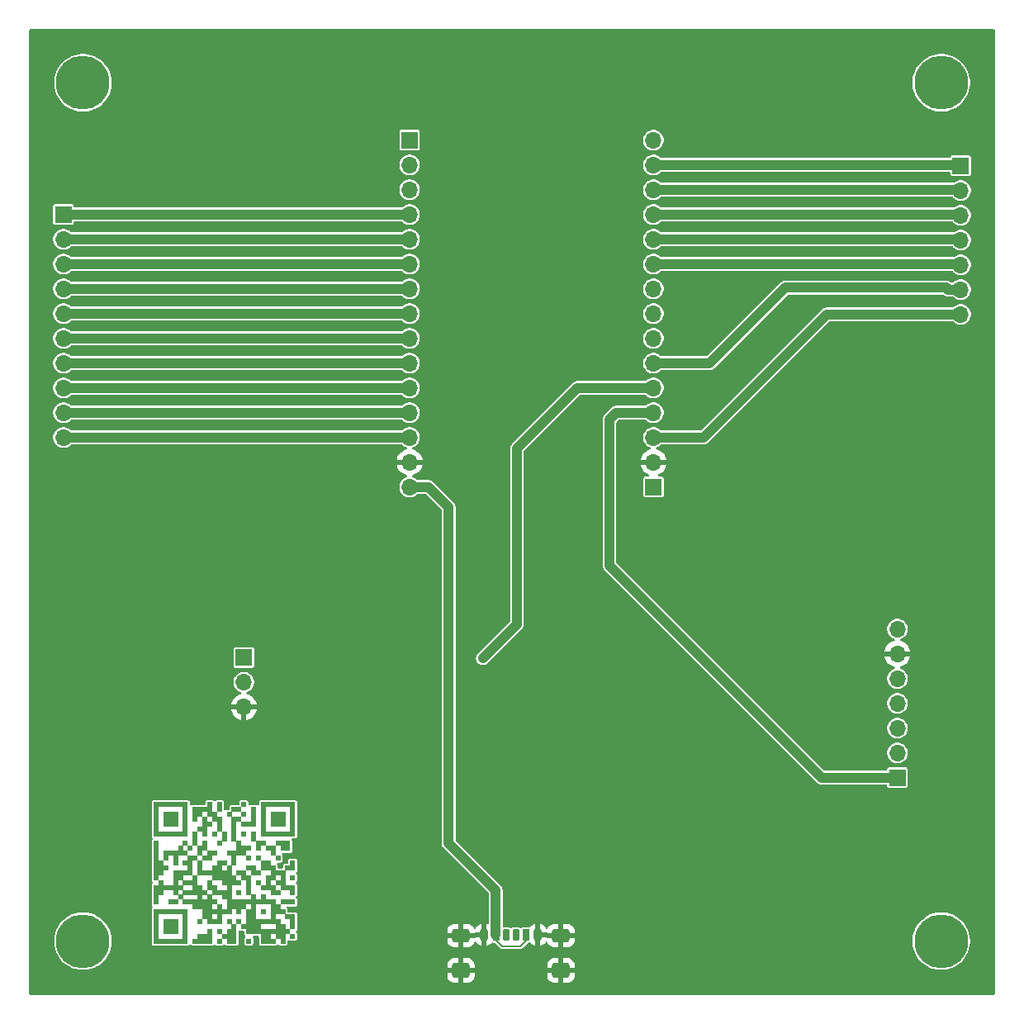
<source format=gbr>
%TF.GenerationSoftware,KiCad,Pcbnew,9.0.0*%
%TF.CreationDate,2025-05-10T18:53:19+02:00*%
%TF.ProjectId,25Zak001 ESP32 Mark0,32355a61-6b30-4303-9120-455350333220,rev?*%
%TF.SameCoordinates,Original*%
%TF.FileFunction,Copper,L1,Top*%
%TF.FilePolarity,Positive*%
%FSLAX46Y46*%
G04 Gerber Fmt 4.6, Leading zero omitted, Abs format (unit mm)*
G04 Created by KiCad (PCBNEW 9.0.0) date 2025-05-10 18:53:19*
%MOMM*%
%LPD*%
G01*
G04 APERTURE LIST*
G04 Aperture macros list*
%AMRoundRect*
0 Rectangle with rounded corners*
0 $1 Rounding radius*
0 $2 $3 $4 $5 $6 $7 $8 $9 X,Y pos of 4 corners*
0 Add a 4 corners polygon primitive as box body*
4,1,4,$2,$3,$4,$5,$6,$7,$8,$9,$2,$3,0*
0 Add four circle primitives for the rounded corners*
1,1,$1+$1,$2,$3*
1,1,$1+$1,$4,$5*
1,1,$1+$1,$6,$7*
1,1,$1+$1,$8,$9*
0 Add four rect primitives between the rounded corners*
20,1,$1+$1,$2,$3,$4,$5,0*
20,1,$1+$1,$4,$5,$6,$7,0*
20,1,$1+$1,$6,$7,$8,$9,0*
20,1,$1+$1,$8,$9,$2,$3,0*%
G04 Aperture macros list end*
%TA.AperFunction,SMDPad,CuDef*%
%ADD10R,0.500000X0.500000*%
%TD*%
%TA.AperFunction,ComponentPad*%
%ADD11R,1.700000X1.700000*%
%TD*%
%TA.AperFunction,ComponentPad*%
%ADD12O,1.700000X1.700000*%
%TD*%
%TA.AperFunction,ConnectorPad*%
%ADD13C,5.500000*%
%TD*%
%TA.AperFunction,ComponentPad*%
%ADD14C,3.600000*%
%TD*%
%TA.AperFunction,SMDPad,CuDef*%
%ADD15RoundRect,0.175000X-0.175000X-0.425000X0.175000X-0.425000X0.175000X0.425000X-0.175000X0.425000X0*%
%TD*%
%TA.AperFunction,SMDPad,CuDef*%
%ADD16RoundRect,0.190000X0.190000X0.410000X-0.190000X0.410000X-0.190000X-0.410000X0.190000X-0.410000X0*%
%TD*%
%TA.AperFunction,SMDPad,CuDef*%
%ADD17RoundRect,0.200000X0.200000X0.400000X-0.200000X0.400000X-0.200000X-0.400000X0.200000X-0.400000X0*%
%TD*%
%TA.AperFunction,SMDPad,CuDef*%
%ADD18RoundRect,0.175000X0.175000X0.425000X-0.175000X0.425000X-0.175000X-0.425000X0.175000X-0.425000X0*%
%TD*%
%TA.AperFunction,SMDPad,CuDef*%
%ADD19RoundRect,0.190000X-0.190000X-0.410000X0.190000X-0.410000X0.190000X0.410000X-0.190000X0.410000X0*%
%TD*%
%TA.AperFunction,SMDPad,CuDef*%
%ADD20RoundRect,0.200000X-0.200000X-0.400000X0.200000X-0.400000X0.200000X0.400000X-0.200000X0.400000X0*%
%TD*%
%TA.AperFunction,SMDPad,CuDef*%
%ADD21RoundRect,0.250000X-0.650000X-0.425000X0.650000X-0.425000X0.650000X0.425000X-0.650000X0.425000X0*%
%TD*%
%TA.AperFunction,SMDPad,CuDef*%
%ADD22RoundRect,0.250000X-0.650000X-0.500000X0.650000X-0.500000X0.650000X0.500000X-0.650000X0.500000X0*%
%TD*%
%TA.AperFunction,ViaPad*%
%ADD23C,1.000000*%
%TD*%
%TA.AperFunction,Conductor*%
%ADD24C,1.000000*%
%TD*%
%TA.AperFunction,Conductor*%
%ADD25C,0.200000*%
%TD*%
G04 APERTURE END LIST*
D10*
%TO.P,QR\u002A\u002A\u002A\u002A\u002A,*%
%TO.N,*%
X91000000Y-121000000D03*
X91000000Y-121500000D03*
X91000000Y-122000000D03*
X91000000Y-122500000D03*
X91000000Y-123000000D03*
X91000000Y-123500000D03*
X91000000Y-124000000D03*
X91000000Y-125000000D03*
X91000000Y-125500000D03*
X91000000Y-126000000D03*
X91000000Y-126500000D03*
X91000000Y-127000000D03*
X91000000Y-127500000D03*
X91000000Y-128000000D03*
X91000000Y-128500000D03*
X91000000Y-129500000D03*
X91000000Y-130000000D03*
X91000000Y-130500000D03*
X91000000Y-131000000D03*
X91000000Y-132000000D03*
X91000000Y-132500000D03*
X91000000Y-133000000D03*
X91000000Y-133500000D03*
X91000000Y-134000000D03*
X91000000Y-134500000D03*
X91000000Y-135000000D03*
X91500000Y-121000000D03*
X91500000Y-124000000D03*
X91500000Y-127000000D03*
X91500000Y-127500000D03*
X91500000Y-128000000D03*
X91500000Y-129000000D03*
X91500000Y-129500000D03*
X91500000Y-130000000D03*
X91500000Y-132000000D03*
X91500000Y-135000000D03*
X92000000Y-121000000D03*
X92000000Y-122000000D03*
X92000000Y-122500000D03*
X92000000Y-123000000D03*
X92000000Y-124000000D03*
X92000000Y-126000000D03*
X92000000Y-126500000D03*
X92000000Y-127500000D03*
X92000000Y-129500000D03*
X92000000Y-132000000D03*
X92000000Y-133000000D03*
X92000000Y-133500000D03*
X92000000Y-134000000D03*
X92000000Y-135000000D03*
X92500000Y-121000000D03*
X92500000Y-122000000D03*
X92500000Y-122500000D03*
X92500000Y-123000000D03*
X92500000Y-124000000D03*
X92500000Y-126000000D03*
X92500000Y-129500000D03*
X92500000Y-131000000D03*
X92500000Y-132000000D03*
X92500000Y-133000000D03*
X92500000Y-133500000D03*
X92500000Y-134000000D03*
X92500000Y-135000000D03*
X93000000Y-121000000D03*
X93000000Y-122000000D03*
X93000000Y-122500000D03*
X93000000Y-123000000D03*
X93000000Y-124000000D03*
X93000000Y-126000000D03*
X93000000Y-126500000D03*
X93000000Y-127000000D03*
X93000000Y-128000000D03*
X93000000Y-128500000D03*
X93000000Y-129000000D03*
X93000000Y-129500000D03*
X93000000Y-130000000D03*
X93000000Y-131000000D03*
X93000000Y-132000000D03*
X93000000Y-133000000D03*
X93000000Y-133500000D03*
X93000000Y-134000000D03*
X93000000Y-135000000D03*
X93500000Y-121000000D03*
X93500000Y-124000000D03*
X93500000Y-125500000D03*
X93500000Y-126000000D03*
X93500000Y-128000000D03*
X93500000Y-128500000D03*
X93500000Y-129500000D03*
X93500000Y-130500000D03*
X93500000Y-132000000D03*
X93500000Y-135000000D03*
X94000000Y-121000000D03*
X94000000Y-121500000D03*
X94000000Y-122000000D03*
X94000000Y-122500000D03*
X94000000Y-123000000D03*
X94000000Y-123500000D03*
X94000000Y-124000000D03*
X94000000Y-125000000D03*
X94000000Y-126000000D03*
X94000000Y-127000000D03*
X94000000Y-128000000D03*
X94000000Y-129000000D03*
X94000000Y-130000000D03*
X94000000Y-131000000D03*
X94000000Y-132000000D03*
X94000000Y-132500000D03*
X94000000Y-133000000D03*
X94000000Y-133500000D03*
X94000000Y-134000000D03*
X94000000Y-134500000D03*
X94000000Y-135000000D03*
X94500000Y-125500000D03*
X94500000Y-126500000D03*
X94500000Y-127000000D03*
X94500000Y-127500000D03*
X94500000Y-128000000D03*
X94500000Y-129000000D03*
X94500000Y-130000000D03*
X94500000Y-131000000D03*
X95000000Y-121500000D03*
X95000000Y-122000000D03*
X95000000Y-122500000D03*
X95000000Y-124000000D03*
X95000000Y-124500000D03*
X95000000Y-125000000D03*
X95000000Y-126500000D03*
X95000000Y-128500000D03*
X95000000Y-129000000D03*
X95000000Y-129500000D03*
X95000000Y-130000000D03*
X95000000Y-131000000D03*
X95000000Y-131500000D03*
X95000000Y-135000000D03*
X95500000Y-121500000D03*
X95500000Y-122000000D03*
X95500000Y-123500000D03*
X95500000Y-125500000D03*
X95500000Y-126000000D03*
X95500000Y-127000000D03*
X95500000Y-127500000D03*
X95500000Y-128000000D03*
X95500000Y-129500000D03*
X95500000Y-130000000D03*
X95500000Y-130500000D03*
X95500000Y-131000000D03*
X95500000Y-131500000D03*
X95500000Y-133000000D03*
X95500000Y-134500000D03*
X95500000Y-135000000D03*
X96000000Y-121500000D03*
X96000000Y-122500000D03*
X96000000Y-123000000D03*
X96000000Y-123500000D03*
X96000000Y-124000000D03*
X96000000Y-125000000D03*
X96000000Y-125500000D03*
X96000000Y-126500000D03*
X96000000Y-128000000D03*
X96000000Y-130000000D03*
X96000000Y-131000000D03*
X96000000Y-131500000D03*
X96000000Y-132000000D03*
X96000000Y-132500000D03*
X96000000Y-134500000D03*
X96000000Y-135000000D03*
X96500000Y-121000000D03*
X96500000Y-121500000D03*
X96500000Y-122000000D03*
X96500000Y-123000000D03*
X96500000Y-126000000D03*
X96500000Y-126500000D03*
X96500000Y-128000000D03*
X96500000Y-129000000D03*
X96500000Y-129500000D03*
X96500000Y-130500000D03*
X96500000Y-131000000D03*
X96500000Y-131500000D03*
X96500000Y-132000000D03*
X96500000Y-132500000D03*
X96500000Y-133000000D03*
X96500000Y-134000000D03*
X96500000Y-134500000D03*
X96500000Y-135000000D03*
X97000000Y-122000000D03*
X97000000Y-122500000D03*
X97000000Y-124000000D03*
X97000000Y-126000000D03*
X97000000Y-127500000D03*
X97000000Y-128000000D03*
X97000000Y-128500000D03*
X97000000Y-129500000D03*
X97000000Y-130000000D03*
X97000000Y-131000000D03*
X97000000Y-132000000D03*
X97000000Y-133000000D03*
X97500000Y-121000000D03*
X97500000Y-121500000D03*
X97500000Y-122500000D03*
X97500000Y-123000000D03*
X97500000Y-123500000D03*
X97500000Y-125000000D03*
X97500000Y-127000000D03*
X97500000Y-127500000D03*
X97500000Y-128000000D03*
X97500000Y-128500000D03*
X97500000Y-130000000D03*
X97500000Y-131500000D03*
X97500000Y-132000000D03*
X97500000Y-132500000D03*
X97500000Y-133000000D03*
X97500000Y-134000000D03*
X97500000Y-135000000D03*
X98000000Y-124000000D03*
X98000000Y-124500000D03*
X98000000Y-127000000D03*
X98000000Y-128000000D03*
X98000000Y-128500000D03*
X98000000Y-129000000D03*
X98000000Y-130000000D03*
X98000000Y-130500000D03*
X98000000Y-132000000D03*
X98000000Y-134500000D03*
X98500000Y-122000000D03*
X98500000Y-126000000D03*
X98500000Y-127500000D03*
X98500000Y-128000000D03*
X98500000Y-128500000D03*
X98500000Y-129000000D03*
X98500000Y-129500000D03*
X98500000Y-130000000D03*
X98500000Y-130500000D03*
X98500000Y-131000000D03*
X98500000Y-131500000D03*
X98500000Y-132000000D03*
X98500000Y-133000000D03*
X98500000Y-134000000D03*
X98500000Y-134500000D03*
X98500000Y-135000000D03*
X99000000Y-121500000D03*
X99000000Y-122500000D03*
X99000000Y-123000000D03*
X99000000Y-123500000D03*
X99000000Y-124000000D03*
X99000000Y-124500000D03*
X99000000Y-126000000D03*
X99000000Y-126500000D03*
X99000000Y-127000000D03*
X99000000Y-128500000D03*
X99000000Y-129000000D03*
X99000000Y-131000000D03*
X99000000Y-131500000D03*
X99000000Y-133500000D03*
X99000000Y-134000000D03*
X99000000Y-134500000D03*
X99000000Y-135000000D03*
X99500000Y-121500000D03*
X99500000Y-122500000D03*
X99500000Y-125000000D03*
X99500000Y-125500000D03*
X99500000Y-126000000D03*
X99500000Y-128000000D03*
X99500000Y-129000000D03*
X99500000Y-130000000D03*
X99500000Y-131000000D03*
X99500000Y-131500000D03*
X99500000Y-132000000D03*
X99500000Y-133000000D03*
X100000000Y-121000000D03*
X100000000Y-122000000D03*
X100000000Y-123000000D03*
X100000000Y-124000000D03*
X100000000Y-125500000D03*
X100000000Y-126000000D03*
X100000000Y-128000000D03*
X100000000Y-128500000D03*
X100000000Y-131000000D03*
X100000000Y-131500000D03*
X100000000Y-133500000D03*
X100500000Y-123000000D03*
X100500000Y-125500000D03*
X100500000Y-126500000D03*
X100500000Y-127500000D03*
X100500000Y-128500000D03*
X100500000Y-129000000D03*
X100500000Y-129500000D03*
X100500000Y-130000000D03*
X100500000Y-131000000D03*
X100500000Y-132000000D03*
X100500000Y-132500000D03*
X100500000Y-133000000D03*
X100500000Y-133500000D03*
X100500000Y-134000000D03*
X100500000Y-135000000D03*
X101000000Y-121500000D03*
X101000000Y-122000000D03*
X101000000Y-122500000D03*
X101000000Y-123000000D03*
X101000000Y-124000000D03*
X101000000Y-124500000D03*
X101000000Y-127500000D03*
X101000000Y-128000000D03*
X101000000Y-130500000D03*
X101000000Y-131000000D03*
X101000000Y-131500000D03*
X101000000Y-132000000D03*
X101000000Y-132500000D03*
X101000000Y-133000000D03*
X101000000Y-133500000D03*
X101000000Y-134000000D03*
X101500000Y-125000000D03*
X101500000Y-125500000D03*
X101500000Y-126500000D03*
X101500000Y-128000000D03*
X101500000Y-129000000D03*
X101500000Y-131000000D03*
X101500000Y-133000000D03*
X101500000Y-133500000D03*
X101500000Y-134000000D03*
X102000000Y-121000000D03*
X102000000Y-121500000D03*
X102000000Y-122000000D03*
X102000000Y-122500000D03*
X102000000Y-123000000D03*
X102000000Y-123500000D03*
X102000000Y-124000000D03*
X102000000Y-125000000D03*
X102000000Y-127000000D03*
X102000000Y-127500000D03*
X102000000Y-129500000D03*
X102000000Y-130500000D03*
X102000000Y-131000000D03*
X102000000Y-132000000D03*
X102000000Y-133000000D03*
X102000000Y-134000000D03*
X102000000Y-134500000D03*
X102000000Y-135000000D03*
X102500000Y-121000000D03*
X102500000Y-124000000D03*
X102500000Y-125500000D03*
X102500000Y-127000000D03*
X102500000Y-127500000D03*
X102500000Y-128500000D03*
X102500000Y-129000000D03*
X102500000Y-129500000D03*
X102500000Y-131000000D03*
X102500000Y-133000000D03*
X102500000Y-134000000D03*
X102500000Y-134500000D03*
X102500000Y-135000000D03*
X103000000Y-121000000D03*
X103000000Y-122000000D03*
X103000000Y-122500000D03*
X103000000Y-123000000D03*
X103000000Y-124000000D03*
X103000000Y-125500000D03*
X103000000Y-126000000D03*
X103000000Y-127500000D03*
X103000000Y-128000000D03*
X103000000Y-128500000D03*
X103000000Y-129500000D03*
X103000000Y-130000000D03*
X103000000Y-131000000D03*
X103000000Y-131500000D03*
X103000000Y-132000000D03*
X103000000Y-132500000D03*
X103000000Y-133000000D03*
X103000000Y-134000000D03*
X103000000Y-135000000D03*
X103500000Y-121000000D03*
X103500000Y-122000000D03*
X103500000Y-122500000D03*
X103500000Y-123000000D03*
X103500000Y-124000000D03*
X103500000Y-125000000D03*
X103500000Y-126500000D03*
X103500000Y-128000000D03*
X103500000Y-129000000D03*
X103500000Y-130000000D03*
X103500000Y-131500000D03*
X103500000Y-132000000D03*
X103500000Y-133000000D03*
X103500000Y-133500000D03*
X103500000Y-134000000D03*
X103500000Y-134500000D03*
X104000000Y-121000000D03*
X104000000Y-122000000D03*
X104000000Y-122500000D03*
X104000000Y-123000000D03*
X104000000Y-124000000D03*
X104000000Y-125000000D03*
X104000000Y-125500000D03*
X104000000Y-128000000D03*
X104000000Y-128500000D03*
X104000000Y-129000000D03*
X104000000Y-129500000D03*
X104000000Y-131000000D03*
X104000000Y-132000000D03*
X104000000Y-133500000D03*
X104000000Y-134000000D03*
X104000000Y-134500000D03*
X104000000Y-135000000D03*
X104500000Y-121000000D03*
X104500000Y-124000000D03*
X104500000Y-125000000D03*
X104500000Y-125500000D03*
X104500000Y-127500000D03*
X104500000Y-129500000D03*
X104500000Y-131000000D03*
X104500000Y-132500000D03*
X104500000Y-134000000D03*
X105000000Y-121000000D03*
X105000000Y-121500000D03*
X105000000Y-122000000D03*
X105000000Y-122500000D03*
X105000000Y-123000000D03*
X105000000Y-123500000D03*
X105000000Y-124000000D03*
X105000000Y-127000000D03*
X105000000Y-127500000D03*
X105000000Y-128500000D03*
X105000000Y-129500000D03*
X105000000Y-130000000D03*
X105000000Y-131000000D03*
X105000000Y-132500000D03*
X105000000Y-133000000D03*
X105000000Y-133500000D03*
X105000000Y-134500000D03*
%TD*%
D11*
%TO.P,J4,1,Pin_1*%
%TO.N,/GPIO22*%
X173500000Y-55500000D03*
D12*
%TO.P,J4,2,Pin_2*%
%TO.N,/TX0*%
X173500000Y-58040000D03*
%TO.P,J4,3,Pin_3*%
%TO.N,/RX0*%
X173500000Y-60580000D03*
%TO.P,J4,4,Pin_4*%
%TO.N,/GPIO21*%
X173500000Y-63120000D03*
%TO.P,J4,5,Pin_5*%
%TO.N,/GPIO19*%
X173500000Y-65660000D03*
%TO.P,J4,6,Pin_6*%
%TO.N,/GPIO16*%
X173500000Y-68200000D03*
%TO.P,J4,7,Pin_7*%
%TO.N,/GPIO15*%
X173500000Y-70740000D03*
%TD*%
D13*
%TO.P,H4,1*%
%TO.N,N/C*%
X171500000Y-135000000D03*
D14*
X171500000Y-135000000D03*
%TD*%
D13*
%TO.P,H3,1*%
%TO.N,N/C*%
X83500000Y-135000000D03*
D14*
X83500000Y-135000000D03*
%TD*%
D13*
%TO.P,H2,1*%
%TO.N,N/C*%
X171500000Y-47000000D03*
D14*
X171500000Y-47000000D03*
%TD*%
D13*
%TO.P,H1,1*%
%TO.N,N/C*%
X83500000Y-47000000D03*
D14*
X83500000Y-47000000D03*
%TD*%
D11*
%TO.P,J7,1,Pin_1*%
%TO.N,+3.3V*%
X142000000Y-88440000D03*
D12*
%TO.P,J7,2,Pin_2*%
%TO.N,GND*%
X142000000Y-85900000D03*
%TO.P,J7,3,Pin_3*%
%TO.N,/GPIO15*%
X142000000Y-83360000D03*
%TO.P,J7,4,Pin_4*%
%TO.N,/BUSY*%
X142000000Y-80820000D03*
%TO.P,J7,5,Pin_5*%
%TO.N,/DATA*%
X142000000Y-78280000D03*
%TO.P,J7,6,Pin_6*%
%TO.N,/GPIO16*%
X142000000Y-75740000D03*
%TO.P,J7,7,Pin_7*%
%TO.N,/DC*%
X142000000Y-73200000D03*
%TO.P,J7,8,Pin_8*%
%TO.N,/CS*%
X142000000Y-70660000D03*
%TO.P,J7,9,Pin_9*%
%TO.N,/CLK*%
X142000000Y-68120000D03*
%TO.P,J7,10,Pin_10*%
%TO.N,/GPIO19*%
X142000000Y-65580000D03*
%TO.P,J7,11,Pin_11*%
%TO.N,/GPIO21*%
X142000000Y-63040000D03*
%TO.P,J7,12,Pin_12*%
%TO.N,/RX0*%
X142000000Y-60500000D03*
%TO.P,J7,13,Pin_13*%
%TO.N,/TX0*%
X142000000Y-57960000D03*
%TO.P,J7,14,Pin_14*%
%TO.N,/GPIO22*%
X142000000Y-55420000D03*
%TO.P,J7,15,Pin_15*%
%TO.N,/SDI*%
X142000000Y-52880000D03*
%TD*%
D11*
%TO.P,J6,1,Pin_1*%
%TO.N,unconnected-(J6-Pin_1-Pad1)*%
X117000000Y-52880000D03*
D12*
%TO.P,J6,2,Pin_2*%
%TO.N,unconnected-(J6-Pin_2-Pad2)*%
X117000000Y-55420000D03*
%TO.P,J6,3,Pin_3*%
%TO.N,unconnected-(J6-Pin_3-Pad3)*%
X117000000Y-57960000D03*
%TO.P,J6,4,Pin_4*%
%TO.N,/GPIO34*%
X117000000Y-60500000D03*
%TO.P,J6,5,Pin_5*%
%TO.N,/GPIO35*%
X117000000Y-63040000D03*
%TO.P,J6,6,Pin_6*%
%TO.N,/GPIO32*%
X117000000Y-65580000D03*
%TO.P,J6,7,Pin_7*%
%TO.N,/GPIO33*%
X117000000Y-68120000D03*
%TO.P,J6,8,Pin_8*%
%TO.N,/GPIO25*%
X117000000Y-70660000D03*
%TO.P,J6,9,Pin_9*%
%TO.N,/GPIO26*%
X117000000Y-73200000D03*
%TO.P,J6,10,Pin_10*%
%TO.N,/GPIO27*%
X117000000Y-75740000D03*
%TO.P,J6,11,Pin_11*%
%TO.N,/GPIO14*%
X117000000Y-78280000D03*
%TO.P,J6,12,Pin_12*%
%TO.N,/GPIO12*%
X117000000Y-80820000D03*
%TO.P,J6,13,Pin_13*%
%TO.N,/GPIO13*%
X117000000Y-83360000D03*
%TO.P,J6,14,Pin_14*%
%TO.N,GND*%
X117000000Y-85900000D03*
%TO.P,J6,15,Pin_15*%
%TO.N,+5V*%
X117000000Y-88440000D03*
%TD*%
D11*
%TO.P,J3,1,Pin_1*%
%TO.N,/GPIO34*%
X81500000Y-60500000D03*
D12*
%TO.P,J3,2,Pin_2*%
%TO.N,/GPIO35*%
X81500000Y-63040000D03*
%TO.P,J3,3,Pin_3*%
%TO.N,/GPIO32*%
X81500000Y-65580000D03*
%TO.P,J3,4,Pin_4*%
%TO.N,/GPIO33*%
X81500000Y-68120000D03*
%TO.P,J3,5,Pin_5*%
%TO.N,/GPIO25*%
X81500000Y-70660000D03*
%TO.P,J3,6,Pin_6*%
%TO.N,/GPIO26*%
X81500000Y-73200000D03*
%TO.P,J3,7,Pin_7*%
%TO.N,/GPIO27*%
X81500000Y-75740000D03*
%TO.P,J3,8,Pin_8*%
%TO.N,/GPIO14*%
X81500000Y-78280000D03*
%TO.P,J3,9,Pin_9*%
%TO.N,/GPIO12*%
X81500000Y-80820000D03*
%TO.P,J3,10,Pin_10*%
%TO.N,/GPIO13*%
X81500000Y-83360000D03*
%TD*%
D11*
%TO.P,J2,1,Pin_1*%
%TO.N,/BUSY*%
X167000000Y-118240000D03*
D12*
%TO.P,J2,2,Pin_2*%
%TO.N,/CLK*%
X167000000Y-115700000D03*
%TO.P,J2,3,Pin_3*%
%TO.N,/CS*%
X167000000Y-113160000D03*
%TO.P,J2,4,Pin_4*%
%TO.N,/SDI*%
X167000000Y-110620000D03*
%TO.P,J2,5,Pin_5*%
%TO.N,/DC*%
X167000000Y-108080000D03*
%TO.P,J2,6,Pin_6*%
%TO.N,GND*%
X167000000Y-105540000D03*
%TO.P,J2,7,Pin_7*%
%TO.N,+3.3V*%
X167000000Y-103000000D03*
%TD*%
D15*
%TO.P,J1,A5,CC1*%
%TO.N,unconnected-(J1-CC1-PadA5)*%
X126875000Y-134365000D03*
D16*
%TO.P,J1,A9,VBUS*%
%TO.N,+5V*%
X128895000Y-134365000D03*
D17*
%TO.P,J1,A12,GND*%
%TO.N,GND*%
X130125000Y-134365000D03*
D18*
%TO.P,J1,B5,CC2*%
%TO.N,unconnected-(J1-CC2-PadB5)*%
X127875000Y-134365000D03*
D19*
%TO.P,J1,B9,VBUS*%
%TO.N,+5V*%
X125855000Y-134365000D03*
D20*
%TO.P,J1,B12,GND*%
%TO.N,GND*%
X124625000Y-134365000D03*
D21*
%TO.P,J1,S1,SHIELD*%
X122250000Y-134420000D03*
D22*
X122250000Y-138000000D03*
D21*
X132500000Y-134420000D03*
D22*
X132500000Y-138000000D03*
%TD*%
D11*
%TO.P,U1,1,DATA*%
%TO.N,/DATA*%
X100000000Y-105920000D03*
D12*
%TO.P,U1,2,VDD*%
%TO.N,+3.3V*%
X100000000Y-108460000D03*
%TO.P,U1,3,GND*%
%TO.N,GND*%
X100000000Y-111000000D03*
%TD*%
D23*
%TO.N,/DATA*%
X124500000Y-106000000D03*
%TD*%
D24*
%TO.N,/GPIO15*%
X159760000Y-70740000D02*
X147140000Y-83360000D01*
X147140000Y-83360000D02*
X142000000Y-83360000D01*
X173500000Y-70740000D02*
X159760000Y-70740000D01*
X173500000Y-70740000D02*
X173500000Y-71000000D01*
%TO.N,+5V*%
X121000000Y-90500000D02*
X121000000Y-125000000D01*
X118940000Y-88440000D02*
X121000000Y-90500000D01*
X117000000Y-88440000D02*
X118940000Y-88440000D01*
%TO.N,/GPIO16*%
X172200000Y-68200000D02*
X173500000Y-68200000D01*
X172000000Y-68000000D02*
X172200000Y-68200000D01*
X155500000Y-68000000D02*
X172000000Y-68000000D01*
X142000000Y-75740000D02*
X147760000Y-75740000D01*
X147760000Y-75740000D02*
X155500000Y-68000000D01*
%TO.N,/GPIO19*%
X173420000Y-65580000D02*
X173500000Y-65660000D01*
X142000000Y-65580000D02*
X173420000Y-65580000D01*
%TO.N,/GPIO21*%
X173420000Y-63040000D02*
X173500000Y-63120000D01*
X142000000Y-63040000D02*
X173420000Y-63040000D01*
%TO.N,/RX0*%
X173420000Y-60500000D02*
X173500000Y-60580000D01*
X142000000Y-60500000D02*
X173420000Y-60500000D01*
%TO.N,/TX0*%
X173420000Y-57960000D02*
X173500000Y-58040000D01*
X142000000Y-57960000D02*
X173420000Y-57960000D01*
%TO.N,/GPIO22*%
X173420000Y-55420000D02*
X173500000Y-55500000D01*
X142000000Y-55420000D02*
X173420000Y-55420000D01*
D25*
%TO.N,+5V*%
X128895000Y-134965000D02*
X128895000Y-134365000D01*
X125824000Y-134824000D02*
X126500000Y-135500000D01*
X126500000Y-135500000D02*
X128360000Y-135500000D01*
X128360000Y-135500000D02*
X128895000Y-134965000D01*
X125824000Y-134396000D02*
X125824000Y-134824000D01*
X125855000Y-134365000D02*
X125824000Y-134396000D01*
D24*
%TO.N,/DATA*%
X128000000Y-102500000D02*
X124500000Y-106000000D01*
X128000000Y-84500000D02*
X128000000Y-102500000D01*
X134220000Y-78280000D02*
X128000000Y-84500000D01*
X142000000Y-78280000D02*
X134220000Y-78280000D01*
D25*
X100000000Y-105920000D02*
X100000000Y-106000000D01*
D24*
%TO.N,+5V*%
X125824000Y-129824000D02*
X125824000Y-134365000D01*
X121000000Y-125000000D02*
X125824000Y-129824000D01*
%TO.N,/BUSY*%
X159240000Y-118240000D02*
X167000000Y-118240000D01*
X137500000Y-81500000D02*
X137500000Y-96500000D01*
X142000000Y-80820000D02*
X138180000Y-80820000D01*
X138180000Y-80820000D02*
X137500000Y-81500000D01*
X137500000Y-96500000D02*
X159240000Y-118240000D01*
%TO.N,/GPIO13*%
X81500000Y-83360000D02*
X117000000Y-83360000D01*
%TO.N,/GPIO12*%
X81500000Y-80820000D02*
X117000000Y-80820000D01*
%TO.N,/GPIO14*%
X81500000Y-78280000D02*
X117000000Y-78280000D01*
%TO.N,/GPIO27*%
X81500000Y-75740000D02*
X117000000Y-75740000D01*
%TO.N,/GPIO26*%
X81500000Y-73200000D02*
X117000000Y-73200000D01*
%TO.N,/GPIO25*%
X81500000Y-70660000D02*
X117000000Y-70660000D01*
%TO.N,/GPIO33*%
X81500000Y-68120000D02*
X117000000Y-68120000D01*
%TO.N,/GPIO32*%
X81500000Y-65580000D02*
X117000000Y-65580000D01*
%TO.N,/GPIO35*%
X81500000Y-63040000D02*
X117000000Y-63040000D01*
%TO.N,/GPIO34*%
X81500000Y-60500000D02*
X117000000Y-60500000D01*
%TD*%
%TA.AperFunction,Conductor*%
%TO.N,GND*%
G36*
X176942539Y-41520185D02*
G01*
X176988294Y-41572989D01*
X176999500Y-41624500D01*
X176999500Y-140375500D01*
X176979815Y-140442539D01*
X176927011Y-140488294D01*
X176875500Y-140499500D01*
X78124500Y-140499500D01*
X78057461Y-140479815D01*
X78011706Y-140427011D01*
X78000500Y-140375500D01*
X78000500Y-138549986D01*
X120850001Y-138549986D01*
X120860494Y-138652697D01*
X120915641Y-138819119D01*
X120915643Y-138819124D01*
X121007684Y-138968345D01*
X121131654Y-139092315D01*
X121280875Y-139184356D01*
X121280880Y-139184358D01*
X121447302Y-139239505D01*
X121447309Y-139239506D01*
X121550019Y-139249999D01*
X121999999Y-139249999D01*
X122500000Y-139249999D01*
X122949972Y-139249999D01*
X122949986Y-139249998D01*
X123052697Y-139239505D01*
X123219119Y-139184358D01*
X123219124Y-139184356D01*
X123368345Y-139092315D01*
X123492315Y-138968345D01*
X123584356Y-138819124D01*
X123584358Y-138819119D01*
X123639505Y-138652697D01*
X123639506Y-138652690D01*
X123649999Y-138549986D01*
X131100001Y-138549986D01*
X131110494Y-138652697D01*
X131165641Y-138819119D01*
X131165643Y-138819124D01*
X131257684Y-138968345D01*
X131381654Y-139092315D01*
X131530875Y-139184356D01*
X131530880Y-139184358D01*
X131697302Y-139239505D01*
X131697309Y-139239506D01*
X131800019Y-139249999D01*
X132249999Y-139249999D01*
X132750000Y-139249999D01*
X133199972Y-139249999D01*
X133199986Y-139249998D01*
X133302697Y-139239505D01*
X133469119Y-139184358D01*
X133469124Y-139184356D01*
X133618345Y-139092315D01*
X133742315Y-138968345D01*
X133834356Y-138819124D01*
X133834358Y-138819119D01*
X133889505Y-138652697D01*
X133889506Y-138652690D01*
X133899999Y-138549986D01*
X133900000Y-138549973D01*
X133900000Y-138250000D01*
X132750000Y-138250000D01*
X132750000Y-139249999D01*
X132249999Y-139249999D01*
X132250000Y-139249998D01*
X132250000Y-138250000D01*
X131100001Y-138250000D01*
X131100001Y-138549986D01*
X123649999Y-138549986D01*
X123650000Y-138549973D01*
X123650000Y-138250000D01*
X122500000Y-138250000D01*
X122500000Y-139249999D01*
X121999999Y-139249999D01*
X122000000Y-139249998D01*
X122000000Y-138250000D01*
X120850001Y-138250000D01*
X120850001Y-138549986D01*
X78000500Y-138549986D01*
X78000500Y-134834296D01*
X80549500Y-134834296D01*
X80549500Y-135165703D01*
X80586601Y-135494991D01*
X80586604Y-135495005D01*
X80660346Y-135818093D01*
X80660349Y-135818101D01*
X80769799Y-136130890D01*
X80913582Y-136429458D01*
X80913584Y-136429461D01*
X81089896Y-136710060D01*
X81296516Y-136969153D01*
X81530847Y-137203484D01*
X81789940Y-137410104D01*
X82070539Y-137586416D01*
X82369113Y-137730202D01*
X82604037Y-137812405D01*
X82681898Y-137839650D01*
X82681906Y-137839653D01*
X82681909Y-137839653D01*
X82681910Y-137839654D01*
X83004994Y-137913396D01*
X83005003Y-137913397D01*
X83005008Y-137913398D01*
X83224533Y-137938132D01*
X83334297Y-137950499D01*
X83334300Y-137950500D01*
X83334303Y-137950500D01*
X83665700Y-137950500D01*
X83665701Y-137950499D01*
X83833996Y-137931537D01*
X83994991Y-137913398D01*
X83994994Y-137913397D01*
X83995006Y-137913396D01*
X84318090Y-137839654D01*
X84630887Y-137730202D01*
X84929461Y-137586416D01*
X85146545Y-137450013D01*
X120850000Y-137450013D01*
X120850000Y-137750000D01*
X122000000Y-137750000D01*
X122500000Y-137750000D01*
X123649999Y-137750000D01*
X123649999Y-137450029D01*
X123649998Y-137450013D01*
X131100000Y-137450013D01*
X131100000Y-137750000D01*
X132250000Y-137750000D01*
X132750000Y-137750000D01*
X133899999Y-137750000D01*
X133899999Y-137450028D01*
X133899998Y-137450013D01*
X133889505Y-137347302D01*
X133834358Y-137180880D01*
X133834356Y-137180875D01*
X133742315Y-137031654D01*
X133618345Y-136907684D01*
X133469124Y-136815643D01*
X133469119Y-136815641D01*
X133302697Y-136760494D01*
X133302690Y-136760493D01*
X133199986Y-136750000D01*
X132750000Y-136750000D01*
X132750000Y-137750000D01*
X132250000Y-137750000D01*
X132250000Y-136750000D01*
X131800028Y-136750000D01*
X131800012Y-136750001D01*
X131697302Y-136760494D01*
X131530880Y-136815641D01*
X131530875Y-136815643D01*
X131381654Y-136907684D01*
X131257684Y-137031654D01*
X131165643Y-137180875D01*
X131165641Y-137180880D01*
X131110494Y-137347302D01*
X131110493Y-137347309D01*
X131100000Y-137450013D01*
X123649998Y-137450013D01*
X123649998Y-137450012D01*
X123639505Y-137347302D01*
X123584358Y-137180880D01*
X123584356Y-137180875D01*
X123492315Y-137031654D01*
X123368345Y-136907684D01*
X123219124Y-136815643D01*
X123219119Y-136815641D01*
X123052697Y-136760494D01*
X123052690Y-136760493D01*
X122949986Y-136750000D01*
X122500000Y-136750000D01*
X122500000Y-137750000D01*
X122000000Y-137750000D01*
X122000000Y-136750000D01*
X121550028Y-136750000D01*
X121550012Y-136750001D01*
X121447302Y-136760494D01*
X121280880Y-136815641D01*
X121280875Y-136815643D01*
X121131654Y-136907684D01*
X121007684Y-137031654D01*
X120915643Y-137180875D01*
X120915641Y-137180880D01*
X120860494Y-137347302D01*
X120860493Y-137347309D01*
X120850000Y-137450013D01*
X85146545Y-137450013D01*
X85210060Y-137410104D01*
X85469153Y-137203484D01*
X85703484Y-136969153D01*
X85910104Y-136710060D01*
X86086416Y-136429461D01*
X86230202Y-136130887D01*
X86339654Y-135818090D01*
X86413396Y-135495006D01*
X86419722Y-135438867D01*
X86446430Y-135201818D01*
X86450500Y-135165697D01*
X86450500Y-134834303D01*
X86438132Y-134724533D01*
X86413398Y-134505008D01*
X86413397Y-134505003D01*
X86413396Y-134504994D01*
X86339654Y-134181910D01*
X86230202Y-133869113D01*
X86086416Y-133570539D01*
X85910104Y-133289940D01*
X85703484Y-133030847D01*
X85469153Y-132796516D01*
X85210060Y-132589896D01*
X85016263Y-132468125D01*
X84929458Y-132413582D01*
X84630890Y-132269799D01*
X84318101Y-132160349D01*
X84318093Y-132160346D01*
X84075777Y-132105039D01*
X83995006Y-132086604D01*
X83995003Y-132086603D01*
X83994991Y-132086601D01*
X83665703Y-132049500D01*
X83665697Y-132049500D01*
X83334303Y-132049500D01*
X83334296Y-132049500D01*
X83005008Y-132086601D01*
X83004994Y-132086604D01*
X82681906Y-132160346D01*
X82681898Y-132160349D01*
X82369109Y-132269799D01*
X82070541Y-132413582D01*
X81789941Y-132589895D01*
X81530847Y-132796515D01*
X81296515Y-133030847D01*
X81089895Y-133289941D01*
X80913582Y-133570541D01*
X80769799Y-133869109D01*
X80660349Y-134181898D01*
X80660346Y-134181906D01*
X80586604Y-134504994D01*
X80586601Y-134505008D01*
X80549500Y-134834296D01*
X78000500Y-134834296D01*
X78000500Y-120730247D01*
X90549500Y-120730247D01*
X90549500Y-124269752D01*
X90561131Y-124328229D01*
X90561132Y-124328230D01*
X90605448Y-124394553D01*
X90608959Y-124396899D01*
X90653764Y-124450512D01*
X90662470Y-124519837D01*
X90632314Y-124582864D01*
X90608959Y-124603101D01*
X90605448Y-124605446D01*
X90561132Y-124671769D01*
X90561131Y-124671770D01*
X90549500Y-124730247D01*
X90549500Y-128769752D01*
X90561131Y-128828229D01*
X90561132Y-128828230D01*
X90605448Y-128894553D01*
X90608959Y-128896899D01*
X90653764Y-128950512D01*
X90662470Y-129019837D01*
X90632314Y-129082864D01*
X90608959Y-129103101D01*
X90605448Y-129105446D01*
X90561132Y-129171769D01*
X90561131Y-129171770D01*
X90549500Y-129230247D01*
X90549500Y-131269752D01*
X90561131Y-131328229D01*
X90561132Y-131328230D01*
X90605448Y-131394553D01*
X90608959Y-131396899D01*
X90653764Y-131450512D01*
X90662470Y-131519837D01*
X90632314Y-131582864D01*
X90608959Y-131603101D01*
X90605448Y-131605446D01*
X90561132Y-131671769D01*
X90561131Y-131671770D01*
X90549500Y-131730247D01*
X90549500Y-135269752D01*
X90561131Y-135328229D01*
X90561132Y-135328230D01*
X90605447Y-135394552D01*
X90671769Y-135438867D01*
X90671770Y-135438868D01*
X90730247Y-135450499D01*
X90730250Y-135450500D01*
X90730252Y-135450500D01*
X94269750Y-135450500D01*
X94269751Y-135450499D01*
X94284568Y-135447552D01*
X94328229Y-135438868D01*
X94328229Y-135438867D01*
X94328231Y-135438867D01*
X94394552Y-135394552D01*
X94396897Y-135391043D01*
X94450508Y-135346237D01*
X94519833Y-135337528D01*
X94582861Y-135367682D01*
X94603103Y-135391043D01*
X94605447Y-135394552D01*
X94671769Y-135438867D01*
X94671770Y-135438868D01*
X94730247Y-135450499D01*
X94730250Y-135450500D01*
X94730252Y-135450500D01*
X96769750Y-135450500D01*
X96769751Y-135450499D01*
X96784568Y-135447552D01*
X96828229Y-135438868D01*
X96828229Y-135438867D01*
X96828231Y-135438867D01*
X96894552Y-135394552D01*
X96896897Y-135391043D01*
X96950508Y-135346237D01*
X97019833Y-135337528D01*
X97082861Y-135367682D01*
X97103103Y-135391043D01*
X97105447Y-135394552D01*
X97171769Y-135438867D01*
X97171770Y-135438868D01*
X97230247Y-135450499D01*
X97230250Y-135450500D01*
X97230252Y-135450500D01*
X97769750Y-135450500D01*
X97769751Y-135450499D01*
X97784568Y-135447552D01*
X97828229Y-135438868D01*
X97828229Y-135438867D01*
X97828231Y-135438867D01*
X97894552Y-135394552D01*
X97896897Y-135391043D01*
X97950508Y-135346237D01*
X98019833Y-135337528D01*
X98082861Y-135367682D01*
X98103103Y-135391043D01*
X98105447Y-135394552D01*
X98171769Y-135438867D01*
X98171770Y-135438868D01*
X98230247Y-135450499D01*
X98230250Y-135450500D01*
X98230252Y-135450500D01*
X99269750Y-135450500D01*
X99269751Y-135450499D01*
X99284568Y-135447552D01*
X99328229Y-135438868D01*
X99328229Y-135438867D01*
X99328231Y-135438867D01*
X99394552Y-135394552D01*
X99438867Y-135328231D01*
X99438867Y-135328229D01*
X99438868Y-135328229D01*
X99450499Y-135269752D01*
X99450500Y-135269750D01*
X99450500Y-134023007D01*
X99470185Y-133955968D01*
X99522989Y-133910213D01*
X99592147Y-133900269D01*
X99643392Y-133919906D01*
X99671768Y-133938867D01*
X99671770Y-133938868D01*
X99730247Y-133950499D01*
X99730250Y-133950500D01*
X99730252Y-133950500D01*
X99925500Y-133950500D01*
X99992539Y-133970185D01*
X100038294Y-134022989D01*
X100049500Y-134074500D01*
X100049500Y-134269752D01*
X100061131Y-134328229D01*
X100061132Y-134328230D01*
X100105448Y-134394553D01*
X100108959Y-134396899D01*
X100153764Y-134450512D01*
X100162470Y-134519837D01*
X100132314Y-134582864D01*
X100108959Y-134603101D01*
X100105448Y-134605446D01*
X100061132Y-134671769D01*
X100061131Y-134671770D01*
X100049500Y-134730247D01*
X100049500Y-135269752D01*
X100061131Y-135328229D01*
X100061132Y-135328230D01*
X100105447Y-135394552D01*
X100171769Y-135438867D01*
X100171770Y-135438868D01*
X100230247Y-135450499D01*
X100230250Y-135450500D01*
X100230252Y-135450500D01*
X100769750Y-135450500D01*
X100769751Y-135450499D01*
X100784568Y-135447552D01*
X100828229Y-135438868D01*
X100828229Y-135438867D01*
X100828231Y-135438867D01*
X100894552Y-135394552D01*
X100938867Y-135328231D01*
X100938867Y-135328229D01*
X100938868Y-135328229D01*
X100950499Y-135269752D01*
X100950500Y-135269750D01*
X100950500Y-134730249D01*
X100950499Y-134730247D01*
X100938868Y-134671770D01*
X100938867Y-134671768D01*
X100919906Y-134643392D01*
X100899027Y-134576715D01*
X100917511Y-134509335D01*
X100969489Y-134462644D01*
X101023007Y-134450500D01*
X101230252Y-134450500D01*
X101425500Y-134450500D01*
X101492539Y-134470185D01*
X101538294Y-134522989D01*
X101549500Y-134574500D01*
X101549500Y-135269752D01*
X101561131Y-135328229D01*
X101561132Y-135328230D01*
X101605447Y-135394552D01*
X101671769Y-135438867D01*
X101671770Y-135438868D01*
X101730247Y-135450499D01*
X101730250Y-135450500D01*
X101730252Y-135450500D01*
X103269750Y-135450500D01*
X103269751Y-135450499D01*
X103284568Y-135447552D01*
X103328229Y-135438868D01*
X103328229Y-135438867D01*
X103328231Y-135438867D01*
X103394552Y-135394552D01*
X103396897Y-135391043D01*
X103450508Y-135346237D01*
X103519833Y-135337528D01*
X103582861Y-135367682D01*
X103603103Y-135391043D01*
X103605447Y-135394552D01*
X103671769Y-135438867D01*
X103671770Y-135438868D01*
X103730247Y-135450499D01*
X103730250Y-135450500D01*
X103730252Y-135450500D01*
X104269750Y-135450500D01*
X104269751Y-135450499D01*
X104284568Y-135447552D01*
X104328229Y-135438868D01*
X104328229Y-135438867D01*
X104328231Y-135438867D01*
X104394552Y-135394552D01*
X104438867Y-135328231D01*
X104438867Y-135328229D01*
X104438868Y-135328229D01*
X104450499Y-135269752D01*
X104450500Y-135269750D01*
X104450500Y-135023007D01*
X104470185Y-134955968D01*
X104522989Y-134910213D01*
X104592147Y-134900269D01*
X104643392Y-134919906D01*
X104671768Y-134938867D01*
X104671770Y-134938868D01*
X104730247Y-134950499D01*
X104730250Y-134950500D01*
X104730252Y-134950500D01*
X105269750Y-134950500D01*
X105269751Y-134950499D01*
X105284568Y-134947552D01*
X105328229Y-134938868D01*
X105328229Y-134938867D01*
X105328231Y-134938867D01*
X105393902Y-134894986D01*
X120850001Y-134894986D01*
X120860494Y-134997697D01*
X120915641Y-135164119D01*
X120915643Y-135164124D01*
X121007684Y-135313345D01*
X121131654Y-135437315D01*
X121280875Y-135529356D01*
X121280880Y-135529358D01*
X121447302Y-135584505D01*
X121447309Y-135584506D01*
X121550019Y-135594999D01*
X121999999Y-135594999D01*
X122000000Y-135594998D01*
X122000000Y-134670000D01*
X122500000Y-134670000D01*
X122500000Y-135594999D01*
X122949972Y-135594999D01*
X122949986Y-135594998D01*
X123052697Y-135584505D01*
X123219119Y-135529358D01*
X123219124Y-135529356D01*
X123368345Y-135437315D01*
X123492315Y-135313345D01*
X123584356Y-135164124D01*
X123584357Y-135164120D01*
X123593183Y-135137486D01*
X123632954Y-135080040D01*
X123697470Y-135053215D01*
X123766246Y-135065529D01*
X123817007Y-135112337D01*
X123869927Y-135199877D01*
X123990122Y-135320072D01*
X124135604Y-135408019D01*
X124135603Y-135408019D01*
X124297894Y-135458590D01*
X124297893Y-135458590D01*
X124368408Y-135464998D01*
X124368426Y-135464999D01*
X124374999Y-135464998D01*
X124375000Y-135464998D01*
X124375000Y-134615000D01*
X123780000Y-134615000D01*
X123761319Y-134633681D01*
X123699996Y-134667166D01*
X123673638Y-134670000D01*
X122500000Y-134670000D01*
X122000000Y-134670000D01*
X120850001Y-134670000D01*
X120850001Y-134894986D01*
X105393902Y-134894986D01*
X105394552Y-134894552D01*
X105438867Y-134828231D01*
X105438867Y-134828229D01*
X105438868Y-134828229D01*
X105450499Y-134769752D01*
X105450500Y-134769750D01*
X105450500Y-134230249D01*
X105450499Y-134230247D01*
X105438868Y-134171770D01*
X105438867Y-134171769D01*
X105394552Y-134105447D01*
X105391043Y-134103103D01*
X105346237Y-134049492D01*
X105337528Y-133980167D01*
X105354330Y-133945013D01*
X120850000Y-133945013D01*
X120850000Y-134170000D01*
X122000000Y-134170000D01*
X122500000Y-134170000D01*
X123595000Y-134170000D01*
X123613681Y-134151319D01*
X123675004Y-134117834D01*
X123701362Y-134115000D01*
X124375000Y-134115000D01*
X124375000Y-133265000D01*
X124374999Y-133264999D01*
X124368436Y-133265000D01*
X124368417Y-133265001D01*
X124297897Y-133271408D01*
X124297892Y-133271409D01*
X124135603Y-133321981D01*
X123990122Y-133409927D01*
X123869928Y-133530121D01*
X123869925Y-133530125D01*
X123789130Y-133663775D01*
X123737602Y-133710962D01*
X123668743Y-133722800D01*
X123604414Y-133695531D01*
X123577475Y-133664720D01*
X123492317Y-133526656D01*
X123368345Y-133402684D01*
X123219124Y-133310643D01*
X123219119Y-133310641D01*
X123052697Y-133255494D01*
X123052690Y-133255493D01*
X122949986Y-133245000D01*
X122500000Y-133245000D01*
X122500000Y-134170000D01*
X122000000Y-134170000D01*
X122000000Y-133245000D01*
X121550028Y-133245000D01*
X121550012Y-133245001D01*
X121447302Y-133255494D01*
X121280880Y-133310641D01*
X121280875Y-133310643D01*
X121131654Y-133402684D01*
X121007684Y-133526654D01*
X120915643Y-133675875D01*
X120915641Y-133675880D01*
X120860494Y-133842302D01*
X120860493Y-133842309D01*
X120850000Y-133945013D01*
X105354330Y-133945013D01*
X105367620Y-133917208D01*
X105378050Y-133905578D01*
X105394552Y-133894552D01*
X105438867Y-133828231D01*
X105450500Y-133769748D01*
X105450500Y-133230252D01*
X105450500Y-132730252D01*
X105450500Y-132230252D01*
X105450500Y-132230249D01*
X105450499Y-132230247D01*
X105438868Y-132171770D01*
X105438867Y-132171769D01*
X105394552Y-132105447D01*
X105328230Y-132061132D01*
X105328229Y-132061131D01*
X105269752Y-132049500D01*
X105269748Y-132049500D01*
X104769748Y-132049500D01*
X104574500Y-132049500D01*
X104507461Y-132029815D01*
X104461706Y-131977011D01*
X104450500Y-131925500D01*
X104450500Y-131730249D01*
X104450499Y-131730247D01*
X104438868Y-131671770D01*
X104438867Y-131671768D01*
X104419906Y-131643392D01*
X104399027Y-131576715D01*
X104417511Y-131509335D01*
X104469489Y-131462644D01*
X104523007Y-131450500D01*
X105269750Y-131450500D01*
X105269751Y-131450499D01*
X105284568Y-131447552D01*
X105328229Y-131438868D01*
X105328229Y-131438867D01*
X105328231Y-131438867D01*
X105394552Y-131394552D01*
X105438867Y-131328231D01*
X105438867Y-131328229D01*
X105438868Y-131328229D01*
X105450499Y-131269752D01*
X105450500Y-131269750D01*
X105450500Y-130730249D01*
X105450499Y-130730247D01*
X105438868Y-130671770D01*
X105438867Y-130671769D01*
X105394552Y-130605447D01*
X105391043Y-130603103D01*
X105346237Y-130549492D01*
X105337528Y-130480167D01*
X105367682Y-130417139D01*
X105391043Y-130396897D01*
X105394552Y-130394552D01*
X105438867Y-130328231D01*
X105438867Y-130328229D01*
X105438868Y-130328229D01*
X105450499Y-130269752D01*
X105450500Y-130269750D01*
X105450500Y-129230249D01*
X105450499Y-129230247D01*
X105438868Y-129171770D01*
X105438867Y-129171769D01*
X105394552Y-129105447D01*
X105391043Y-129103103D01*
X105346237Y-129049492D01*
X105337528Y-128980167D01*
X105367682Y-128917139D01*
X105391043Y-128896897D01*
X105394552Y-128894552D01*
X105438867Y-128828231D01*
X105438867Y-128828229D01*
X105438868Y-128828229D01*
X105450499Y-128769752D01*
X105450500Y-128769750D01*
X105450500Y-128230249D01*
X105450499Y-128230247D01*
X105438868Y-128171770D01*
X105438867Y-128171769D01*
X105394552Y-128105447D01*
X105391043Y-128103103D01*
X105346237Y-128049492D01*
X105337528Y-127980167D01*
X105367682Y-127917139D01*
X105391043Y-127896897D01*
X105394552Y-127894552D01*
X105438867Y-127828231D01*
X105438867Y-127828229D01*
X105438868Y-127828229D01*
X105450499Y-127769752D01*
X105450500Y-127769750D01*
X105450500Y-126730249D01*
X105450499Y-126730247D01*
X105438868Y-126671770D01*
X105438867Y-126671769D01*
X105394552Y-126605447D01*
X105328230Y-126561132D01*
X105328229Y-126561131D01*
X105269752Y-126549500D01*
X105269748Y-126549500D01*
X104730252Y-126549500D01*
X104730247Y-126549500D01*
X104671770Y-126561131D01*
X104671769Y-126561132D01*
X104605447Y-126605447D01*
X104561132Y-126671769D01*
X104561131Y-126671770D01*
X104549500Y-126730247D01*
X104549500Y-126925500D01*
X104529815Y-126992539D01*
X104477011Y-127038294D01*
X104425500Y-127049500D01*
X104230247Y-127049500D01*
X104171770Y-127061131D01*
X104171769Y-127061132D01*
X104105447Y-127105447D01*
X104061132Y-127171769D01*
X104061131Y-127171770D01*
X104049500Y-127230247D01*
X104049500Y-127425500D01*
X104029815Y-127492539D01*
X103977011Y-127538294D01*
X103925500Y-127549500D01*
X103574500Y-127549500D01*
X103507461Y-127529815D01*
X103461706Y-127477011D01*
X103450500Y-127425500D01*
X103450500Y-127230249D01*
X103450499Y-127230247D01*
X103438868Y-127171770D01*
X103438867Y-127171768D01*
X103419906Y-127143392D01*
X103399027Y-127076715D01*
X103417511Y-127009335D01*
X103469489Y-126962644D01*
X103523007Y-126950500D01*
X103769750Y-126950500D01*
X103769751Y-126950499D01*
X103784568Y-126947552D01*
X103828229Y-126938868D01*
X103828229Y-126938867D01*
X103828231Y-126938867D01*
X103894552Y-126894552D01*
X103938867Y-126828231D01*
X103938867Y-126828229D01*
X103938868Y-126828229D01*
X103950499Y-126769752D01*
X103950500Y-126769750D01*
X103950500Y-126230249D01*
X103950499Y-126230247D01*
X103938868Y-126171770D01*
X103938867Y-126171768D01*
X103919906Y-126143392D01*
X103899027Y-126076715D01*
X103917511Y-126009335D01*
X103969489Y-125962644D01*
X104023007Y-125950500D01*
X104769750Y-125950500D01*
X104769751Y-125950499D01*
X104784568Y-125947552D01*
X104828229Y-125938868D01*
X104828229Y-125938867D01*
X104828231Y-125938867D01*
X104894552Y-125894552D01*
X104938867Y-125828231D01*
X104938867Y-125828229D01*
X104938868Y-125828229D01*
X104950499Y-125769752D01*
X104950500Y-125769750D01*
X104950500Y-124730249D01*
X104950499Y-124730247D01*
X104938868Y-124671770D01*
X104938867Y-124671768D01*
X104919906Y-124643392D01*
X104899027Y-124576715D01*
X104917511Y-124509335D01*
X104969489Y-124462644D01*
X105023007Y-124450500D01*
X105269750Y-124450500D01*
X105269751Y-124450499D01*
X105284568Y-124447552D01*
X105328229Y-124438868D01*
X105328229Y-124438867D01*
X105328231Y-124438867D01*
X105394552Y-124394552D01*
X105438867Y-124328231D01*
X105438867Y-124328229D01*
X105438868Y-124328229D01*
X105450499Y-124269752D01*
X105450500Y-124269750D01*
X105450500Y-120730249D01*
X105450499Y-120730247D01*
X105438868Y-120671770D01*
X105438867Y-120671769D01*
X105394552Y-120605447D01*
X105328230Y-120561132D01*
X105328229Y-120561131D01*
X105269752Y-120549500D01*
X105269748Y-120549500D01*
X104769748Y-120549500D01*
X104269748Y-120549500D01*
X103769748Y-120549500D01*
X103269748Y-120549500D01*
X102769748Y-120549500D01*
X102269748Y-120549500D01*
X101730252Y-120549500D01*
X101730247Y-120549500D01*
X101671770Y-120561131D01*
X101671769Y-120561132D01*
X101605447Y-120605447D01*
X101561132Y-120671769D01*
X101561131Y-120671770D01*
X101549500Y-120730247D01*
X101549500Y-120976992D01*
X101529815Y-121044031D01*
X101477011Y-121089786D01*
X101407853Y-121099730D01*
X101356610Y-121080095D01*
X101338980Y-121068315D01*
X101328231Y-121061133D01*
X101328230Y-121061132D01*
X101328229Y-121061132D01*
X101328229Y-121061131D01*
X101269752Y-121049500D01*
X101269748Y-121049500D01*
X100730252Y-121049500D01*
X100730247Y-121049500D01*
X100671770Y-121061131D01*
X100671770Y-121061132D01*
X100643390Y-121080095D01*
X100576713Y-121100972D01*
X100509333Y-121082487D01*
X100462643Y-121030508D01*
X100450500Y-120976992D01*
X100450500Y-120730249D01*
X100450499Y-120730247D01*
X100438868Y-120671770D01*
X100438867Y-120671769D01*
X100394552Y-120605447D01*
X100328230Y-120561132D01*
X100328229Y-120561131D01*
X100269752Y-120549500D01*
X100269748Y-120549500D01*
X99730252Y-120549500D01*
X99730247Y-120549500D01*
X99671770Y-120561131D01*
X99671769Y-120561132D01*
X99605447Y-120605447D01*
X99561132Y-120671769D01*
X99561131Y-120671770D01*
X99549500Y-120730247D01*
X99549500Y-120925500D01*
X99529815Y-120992539D01*
X99477011Y-121038294D01*
X99425500Y-121049500D01*
X98730247Y-121049500D01*
X98671770Y-121061131D01*
X98671769Y-121061132D01*
X98605447Y-121105447D01*
X98561132Y-121171769D01*
X98561131Y-121171770D01*
X98549500Y-121230247D01*
X98549500Y-121425500D01*
X98529815Y-121492539D01*
X98477011Y-121538294D01*
X98425500Y-121549500D01*
X98230247Y-121549500D01*
X98171770Y-121561131D01*
X98171770Y-121561132D01*
X98143390Y-121580095D01*
X98076713Y-121600972D01*
X98009333Y-121582487D01*
X97962643Y-121530508D01*
X97950500Y-121476992D01*
X97950500Y-120730249D01*
X97950499Y-120730247D01*
X97938868Y-120671770D01*
X97938867Y-120671769D01*
X97894552Y-120605447D01*
X97828230Y-120561132D01*
X97828229Y-120561131D01*
X97769752Y-120549500D01*
X97769748Y-120549500D01*
X97230252Y-120549500D01*
X97230247Y-120549500D01*
X97171770Y-120561131D01*
X97171769Y-120561132D01*
X97105446Y-120605448D01*
X97103101Y-120608959D01*
X97049488Y-120653764D01*
X96980163Y-120662470D01*
X96917136Y-120632314D01*
X96896899Y-120608959D01*
X96894553Y-120605448D01*
X96828230Y-120561132D01*
X96828229Y-120561131D01*
X96769752Y-120549500D01*
X96769748Y-120549500D01*
X96230252Y-120549500D01*
X96230247Y-120549500D01*
X96171770Y-120561131D01*
X96171769Y-120561132D01*
X96105447Y-120605447D01*
X96061132Y-120671769D01*
X96061131Y-120671770D01*
X96049500Y-120730247D01*
X96049500Y-120925500D01*
X96029815Y-120992539D01*
X95977011Y-121038294D01*
X95925500Y-121049500D01*
X94730247Y-121049500D01*
X94671770Y-121061131D01*
X94671770Y-121061132D01*
X94643390Y-121080095D01*
X94576713Y-121100972D01*
X94509333Y-121082487D01*
X94462643Y-121030508D01*
X94450500Y-120976992D01*
X94450500Y-120730249D01*
X94450499Y-120730247D01*
X94438868Y-120671770D01*
X94438867Y-120671769D01*
X94394552Y-120605447D01*
X94328230Y-120561132D01*
X94328229Y-120561131D01*
X94269752Y-120549500D01*
X94269748Y-120549500D01*
X93769748Y-120549500D01*
X93269748Y-120549500D01*
X92769748Y-120549500D01*
X92269748Y-120549500D01*
X91769748Y-120549500D01*
X91269748Y-120549500D01*
X90730252Y-120549500D01*
X90730247Y-120549500D01*
X90671770Y-120561131D01*
X90671769Y-120561132D01*
X90605447Y-120605447D01*
X90561132Y-120671769D01*
X90561131Y-120671770D01*
X90549500Y-120730247D01*
X78000500Y-120730247D01*
X78000500Y-110750000D01*
X98672769Y-110750000D01*
X99566988Y-110750000D01*
X99534075Y-110807007D01*
X99500000Y-110934174D01*
X99500000Y-111065826D01*
X99534075Y-111192993D01*
X99566988Y-111250000D01*
X98672769Y-111250000D01*
X98683242Y-111316126D01*
X98683242Y-111316129D01*
X98748904Y-111518217D01*
X98845379Y-111707557D01*
X98970272Y-111879459D01*
X98970276Y-111879464D01*
X99120535Y-112029723D01*
X99120540Y-112029727D01*
X99292442Y-112154620D01*
X99481782Y-112251095D01*
X99683871Y-112316757D01*
X99750000Y-112327231D01*
X99750000Y-111433012D01*
X99807007Y-111465925D01*
X99934174Y-111500000D01*
X100065826Y-111500000D01*
X100192993Y-111465925D01*
X100250000Y-111433012D01*
X100250000Y-112327230D01*
X100316126Y-112316757D01*
X100316129Y-112316757D01*
X100518217Y-112251095D01*
X100707557Y-112154620D01*
X100879459Y-112029727D01*
X100879464Y-112029723D01*
X101029723Y-111879464D01*
X101029727Y-111879459D01*
X101154620Y-111707557D01*
X101251095Y-111518217D01*
X101316757Y-111316129D01*
X101316757Y-111316126D01*
X101327231Y-111250000D01*
X100433012Y-111250000D01*
X100465925Y-111192993D01*
X100500000Y-111065826D01*
X100500000Y-110934174D01*
X100465925Y-110807007D01*
X100433012Y-110750000D01*
X101327231Y-110750000D01*
X101316757Y-110683873D01*
X101316757Y-110683870D01*
X101251095Y-110481782D01*
X101154620Y-110292442D01*
X101029727Y-110120540D01*
X101029723Y-110120535D01*
X100879464Y-109970276D01*
X100879459Y-109970272D01*
X100707557Y-109845379D01*
X100518216Y-109748904D01*
X100342026Y-109691656D01*
X100284350Y-109652218D01*
X100257152Y-109587860D01*
X100269067Y-109519013D01*
X100316311Y-109467538D01*
X100332882Y-109459168D01*
X100497598Y-109390941D01*
X100669655Y-109275977D01*
X100815977Y-109129655D01*
X100930941Y-108957598D01*
X101010130Y-108766420D01*
X101050500Y-108563465D01*
X101050500Y-108356535D01*
X101010130Y-108153580D01*
X100930941Y-107962402D01*
X100815977Y-107790345D01*
X100815975Y-107790342D01*
X100669657Y-107644024D01*
X100583626Y-107586541D01*
X100497598Y-107529059D01*
X100306420Y-107449870D01*
X100306412Y-107449868D01*
X100103469Y-107409500D01*
X100103465Y-107409500D01*
X99896535Y-107409500D01*
X99896530Y-107409500D01*
X99693587Y-107449868D01*
X99693579Y-107449870D01*
X99502403Y-107529058D01*
X99330342Y-107644024D01*
X99184024Y-107790342D01*
X99069058Y-107962403D01*
X98989870Y-108153579D01*
X98989868Y-108153587D01*
X98949500Y-108356530D01*
X98949500Y-108563469D01*
X98989868Y-108766412D01*
X98989870Y-108766420D01*
X99043534Y-108895977D01*
X99069059Y-108957598D01*
X99126541Y-109043626D01*
X99184024Y-109129657D01*
X99330342Y-109275975D01*
X99502405Y-109390943D01*
X99605043Y-109433456D01*
X99667108Y-109459164D01*
X99721511Y-109503005D01*
X99743576Y-109569299D01*
X99726297Y-109636998D01*
X99675160Y-109684609D01*
X99657974Y-109691656D01*
X99481781Y-109748905D01*
X99292442Y-109845379D01*
X99120540Y-109970272D01*
X99120535Y-109970276D01*
X98970276Y-110120535D01*
X98970272Y-110120540D01*
X98845379Y-110292442D01*
X98748904Y-110481782D01*
X98683242Y-110683870D01*
X98683242Y-110683873D01*
X98672769Y-110750000D01*
X78000500Y-110750000D01*
X78000500Y-105050247D01*
X98949500Y-105050247D01*
X98949500Y-106789752D01*
X98961131Y-106848229D01*
X98961132Y-106848230D01*
X99005447Y-106914552D01*
X99071769Y-106958867D01*
X99071770Y-106958868D01*
X99130247Y-106970499D01*
X99130250Y-106970500D01*
X99130252Y-106970500D01*
X100869750Y-106970500D01*
X100869751Y-106970499D01*
X100884568Y-106967552D01*
X100928229Y-106958868D01*
X100928229Y-106958867D01*
X100928231Y-106958867D01*
X100994552Y-106914552D01*
X101038867Y-106848231D01*
X101038867Y-106848229D01*
X101038868Y-106848229D01*
X101050499Y-106789752D01*
X101050500Y-106789750D01*
X101050500Y-105050249D01*
X101050499Y-105050247D01*
X101038868Y-104991770D01*
X101038867Y-104991769D01*
X100994552Y-104925447D01*
X100928230Y-104881132D01*
X100928229Y-104881131D01*
X100869752Y-104869500D01*
X100869748Y-104869500D01*
X99130252Y-104869500D01*
X99130247Y-104869500D01*
X99071770Y-104881131D01*
X99071769Y-104881132D01*
X99005447Y-104925447D01*
X98961132Y-104991769D01*
X98961131Y-104991770D01*
X98949500Y-105050247D01*
X78000500Y-105050247D01*
X78000500Y-83256530D01*
X80449500Y-83256530D01*
X80449500Y-83463469D01*
X80489868Y-83666412D01*
X80489870Y-83666420D01*
X80569059Y-83857598D01*
X80600140Y-83904114D01*
X80684024Y-84029657D01*
X80830342Y-84175975D01*
X80830345Y-84175977D01*
X81002402Y-84290941D01*
X81193580Y-84370130D01*
X81358855Y-84403005D01*
X81396530Y-84410499D01*
X81396534Y-84410500D01*
X81396535Y-84410500D01*
X81603466Y-84410500D01*
X81603467Y-84410499D01*
X81806420Y-84370130D01*
X81997598Y-84290941D01*
X82169655Y-84175977D01*
X82248814Y-84096817D01*
X82310135Y-84063334D01*
X82336494Y-84060500D01*
X116163506Y-84060500D01*
X116230545Y-84080185D01*
X116251182Y-84096814D01*
X116330345Y-84175977D01*
X116502402Y-84290941D01*
X116502405Y-84290943D01*
X116605043Y-84333456D01*
X116667108Y-84359164D01*
X116721511Y-84403005D01*
X116743576Y-84469299D01*
X116726297Y-84536998D01*
X116675160Y-84584609D01*
X116657974Y-84591656D01*
X116481781Y-84648905D01*
X116292442Y-84745379D01*
X116120540Y-84870272D01*
X116120535Y-84870276D01*
X115970276Y-85020535D01*
X115970272Y-85020540D01*
X115845379Y-85192442D01*
X115748904Y-85381782D01*
X115683242Y-85583870D01*
X115683242Y-85583873D01*
X115672769Y-85650000D01*
X116566988Y-85650000D01*
X116534075Y-85707007D01*
X116500000Y-85834174D01*
X116500000Y-85965826D01*
X116534075Y-86092993D01*
X116566988Y-86150000D01*
X115672769Y-86150000D01*
X115683242Y-86216126D01*
X115683242Y-86216129D01*
X115748904Y-86418217D01*
X115845379Y-86607557D01*
X115970272Y-86779459D01*
X115970276Y-86779464D01*
X116120535Y-86929723D01*
X116120540Y-86929727D01*
X116292442Y-87054620D01*
X116481782Y-87151095D01*
X116657973Y-87208343D01*
X116715648Y-87247780D01*
X116742847Y-87312139D01*
X116730932Y-87380985D01*
X116683688Y-87432461D01*
X116667108Y-87440835D01*
X116502403Y-87509057D01*
X116330342Y-87624024D01*
X116184024Y-87770342D01*
X116069058Y-87942403D01*
X115989870Y-88133579D01*
X115989868Y-88133587D01*
X115949500Y-88336530D01*
X115949500Y-88543469D01*
X115989868Y-88746412D01*
X115989870Y-88746420D01*
X116069058Y-88937596D01*
X116184024Y-89109657D01*
X116330342Y-89255975D01*
X116330345Y-89255977D01*
X116502402Y-89370941D01*
X116693580Y-89450130D01*
X116838052Y-89478867D01*
X116896530Y-89490499D01*
X116896534Y-89490500D01*
X116896535Y-89490500D01*
X117103466Y-89490500D01*
X117103467Y-89490499D01*
X117306420Y-89450130D01*
X117497598Y-89370941D01*
X117669655Y-89255977D01*
X117748814Y-89176817D01*
X117810135Y-89143334D01*
X117836494Y-89140500D01*
X118598481Y-89140500D01*
X118665520Y-89160185D01*
X118686162Y-89176819D01*
X120263181Y-90753838D01*
X120296666Y-90815161D01*
X120299500Y-90841519D01*
X120299500Y-124931006D01*
X120299500Y-125068994D01*
X120299500Y-125068996D01*
X120299499Y-125068996D01*
X120326418Y-125204322D01*
X120326421Y-125204332D01*
X120379222Y-125331807D01*
X120455887Y-125446545D01*
X120455888Y-125446546D01*
X125087181Y-130077838D01*
X125120666Y-130139161D01*
X125123500Y-130165519D01*
X125123500Y-133156297D01*
X125103815Y-133223336D01*
X125051011Y-133269091D01*
X124981853Y-133279035D01*
X124962612Y-133274683D01*
X124952105Y-133271409D01*
X124881572Y-133265000D01*
X124875000Y-133265000D01*
X124875000Y-135464999D01*
X124881581Y-135464999D01*
X124952102Y-135458591D01*
X124952107Y-135458590D01*
X125114396Y-135408018D01*
X125259875Y-135320073D01*
X125380076Y-135199871D01*
X125381316Y-135197821D01*
X125382618Y-135196628D01*
X125384705Y-135193965D01*
X125385147Y-135194311D01*
X125432841Y-135150630D01*
X125501699Y-135138787D01*
X125504207Y-135139103D01*
X125525017Y-135141943D01*
X125542825Y-135151017D01*
X125634265Y-135165500D01*
X125697594Y-135165499D01*
X125705936Y-135166638D01*
X125730439Y-135177617D01*
X125756204Y-135185182D01*
X125767327Y-135194146D01*
X125769697Y-135195208D01*
X125770864Y-135196997D01*
X125776847Y-135201818D01*
X126259540Y-135684511D01*
X126315489Y-135740460D01*
X126315491Y-135740461D01*
X126315495Y-135740464D01*
X126384004Y-135780017D01*
X126384011Y-135780021D01*
X126460438Y-135800500D01*
X126460440Y-135800500D01*
X128399560Y-135800500D01*
X128399562Y-135800500D01*
X128475989Y-135780021D01*
X128544511Y-135740460D01*
X128600460Y-135684511D01*
X129091686Y-135193283D01*
X129106995Y-135184821D01*
X129118814Y-135172755D01*
X129145642Y-135163457D01*
X129151754Y-135160079D01*
X129155824Y-135159149D01*
X129207175Y-135151017D01*
X129219968Y-135144498D01*
X129234952Y-135141076D01*
X129255094Y-135142307D01*
X129274927Y-135138581D01*
X129289256Y-135144395D01*
X129304691Y-135145339D01*
X129320969Y-135157263D01*
X129339670Y-135164852D01*
X129354809Y-135182053D01*
X129361055Y-135186629D01*
X129362778Y-135191108D01*
X129365301Y-135193975D01*
X129365303Y-135193974D01*
X129365322Y-135193998D01*
X129368682Y-135197816D01*
X129369929Y-135199879D01*
X129490122Y-135320072D01*
X129635604Y-135408019D01*
X129635603Y-135408019D01*
X129797894Y-135458590D01*
X129797893Y-135458590D01*
X129868408Y-135464998D01*
X129868426Y-135464999D01*
X130375000Y-135464999D01*
X130381581Y-135464999D01*
X130452102Y-135458591D01*
X130452107Y-135458590D01*
X130614396Y-135408018D01*
X130759877Y-135320072D01*
X130880072Y-135199877D01*
X130932992Y-135112337D01*
X130984520Y-135065150D01*
X131053379Y-135053311D01*
X131117708Y-135080579D01*
X131156815Y-135137483D01*
X131165641Y-135164119D01*
X131165643Y-135164124D01*
X131257684Y-135313345D01*
X131381654Y-135437315D01*
X131530875Y-135529356D01*
X131530880Y-135529358D01*
X131697302Y-135584505D01*
X131697309Y-135584506D01*
X131800019Y-135594999D01*
X132249999Y-135594999D01*
X132750000Y-135594999D01*
X133199972Y-135594999D01*
X133199986Y-135594998D01*
X133302697Y-135584505D01*
X133469119Y-135529358D01*
X133469124Y-135529356D01*
X133618345Y-135437315D01*
X133742315Y-135313345D01*
X133834356Y-135164124D01*
X133834358Y-135164119D01*
X133889505Y-134997697D01*
X133889506Y-134997690D01*
X133899999Y-134894986D01*
X133900000Y-134894973D01*
X133900000Y-134834296D01*
X168549500Y-134834296D01*
X168549500Y-135165703D01*
X168586601Y-135494991D01*
X168586604Y-135495005D01*
X168660346Y-135818093D01*
X168660349Y-135818101D01*
X168769799Y-136130890D01*
X168913582Y-136429458D01*
X168913584Y-136429461D01*
X169089896Y-136710060D01*
X169296516Y-136969153D01*
X169530847Y-137203484D01*
X169789940Y-137410104D01*
X170070539Y-137586416D01*
X170369113Y-137730202D01*
X170604037Y-137812405D01*
X170681898Y-137839650D01*
X170681906Y-137839653D01*
X170681909Y-137839653D01*
X170681910Y-137839654D01*
X171004994Y-137913396D01*
X171005003Y-137913397D01*
X171005008Y-137913398D01*
X171224533Y-137938132D01*
X171334297Y-137950499D01*
X171334300Y-137950500D01*
X171334303Y-137950500D01*
X171665700Y-137950500D01*
X171665701Y-137950499D01*
X171833996Y-137931537D01*
X171994991Y-137913398D01*
X171994994Y-137913397D01*
X171995006Y-137913396D01*
X172318090Y-137839654D01*
X172630887Y-137730202D01*
X172929461Y-137586416D01*
X173210060Y-137410104D01*
X173469153Y-137203484D01*
X173703484Y-136969153D01*
X173910104Y-136710060D01*
X174086416Y-136429461D01*
X174230202Y-136130887D01*
X174339654Y-135818090D01*
X174413396Y-135495006D01*
X174419722Y-135438867D01*
X174446430Y-135201818D01*
X174450500Y-135165697D01*
X174450500Y-134834303D01*
X174438132Y-134724533D01*
X174413398Y-134505008D01*
X174413397Y-134505003D01*
X174413396Y-134504994D01*
X174339654Y-134181910D01*
X174230202Y-133869113D01*
X174086416Y-133570539D01*
X173910104Y-133289940D01*
X173703484Y-133030847D01*
X173469153Y-132796516D01*
X173210060Y-132589896D01*
X173016263Y-132468125D01*
X172929458Y-132413582D01*
X172630890Y-132269799D01*
X172318101Y-132160349D01*
X172318093Y-132160346D01*
X172075777Y-132105039D01*
X171995006Y-132086604D01*
X171995003Y-132086603D01*
X171994991Y-132086601D01*
X171665703Y-132049500D01*
X171665697Y-132049500D01*
X171334303Y-132049500D01*
X171334296Y-132049500D01*
X171005008Y-132086601D01*
X171004994Y-132086604D01*
X170681906Y-132160346D01*
X170681898Y-132160349D01*
X170369109Y-132269799D01*
X170070541Y-132413582D01*
X169789941Y-132589895D01*
X169530847Y-132796515D01*
X169296515Y-133030847D01*
X169089895Y-133289941D01*
X168913582Y-133570541D01*
X168769799Y-133869109D01*
X168660349Y-134181898D01*
X168660346Y-134181906D01*
X168586604Y-134504994D01*
X168586601Y-134505008D01*
X168549500Y-134834296D01*
X133900000Y-134834296D01*
X133900000Y-134670000D01*
X132750000Y-134670000D01*
X132750000Y-135594999D01*
X132249999Y-135594999D01*
X132250000Y-135594998D01*
X132250000Y-134670000D01*
X131076362Y-134670000D01*
X131009323Y-134650315D01*
X130988681Y-134633681D01*
X130970000Y-134615000D01*
X130375000Y-134615000D01*
X130375000Y-135464999D01*
X129868426Y-135464999D01*
X129874999Y-135464998D01*
X129875000Y-135464998D01*
X129875000Y-133265000D01*
X130375000Y-133265000D01*
X130375000Y-134115000D01*
X131048638Y-134115000D01*
X131115677Y-134134685D01*
X131136319Y-134151319D01*
X131155000Y-134170000D01*
X132250000Y-134170000D01*
X132750000Y-134170000D01*
X133899999Y-134170000D01*
X133899999Y-133945028D01*
X133899998Y-133945013D01*
X133889505Y-133842302D01*
X133834358Y-133675880D01*
X133834356Y-133675875D01*
X133742315Y-133526654D01*
X133618345Y-133402684D01*
X133469124Y-133310643D01*
X133469119Y-133310641D01*
X133302697Y-133255494D01*
X133302690Y-133255493D01*
X133199986Y-133245000D01*
X132750000Y-133245000D01*
X132750000Y-134170000D01*
X132250000Y-134170000D01*
X132250000Y-133245000D01*
X131800028Y-133245000D01*
X131800012Y-133245001D01*
X131697302Y-133255494D01*
X131530880Y-133310641D01*
X131530875Y-133310643D01*
X131381654Y-133402684D01*
X131257684Y-133526654D01*
X131172524Y-133664721D01*
X131120576Y-133711445D01*
X131051613Y-133722667D01*
X130987531Y-133694824D01*
X130960868Y-133663774D01*
X130880072Y-133530122D01*
X130759877Y-133409927D01*
X130614395Y-133321980D01*
X130614396Y-133321980D01*
X130452105Y-133271409D01*
X130452106Y-133271409D01*
X130381572Y-133265000D01*
X130375000Y-133265000D01*
X129875000Y-133265000D01*
X129874999Y-133264999D01*
X129868436Y-133265000D01*
X129868417Y-133265001D01*
X129797897Y-133271408D01*
X129797892Y-133271409D01*
X129635603Y-133321981D01*
X129490122Y-133409927D01*
X129369928Y-133530121D01*
X129369923Y-133530128D01*
X129368678Y-133532188D01*
X129367374Y-133533381D01*
X129365303Y-133536026D01*
X129364863Y-133535681D01*
X129317150Y-133579375D01*
X129248290Y-133591212D01*
X129216572Y-133581633D01*
X129216454Y-133581998D01*
X129207171Y-133578981D01*
X129115735Y-133564500D01*
X128674260Y-133564500D01*
X128674260Y-133564501D01*
X128582829Y-133578981D01*
X128582828Y-133578981D01*
X128472607Y-133635142D01*
X128472605Y-133635143D01*
X128462072Y-133645677D01*
X128400748Y-133679160D01*
X128331056Y-133674174D01*
X128286712Y-133645674D01*
X128271210Y-133630172D01*
X128158628Y-133575135D01*
X128158626Y-133575134D01*
X128158625Y-133575134D01*
X128085636Y-133564500D01*
X127664364Y-133564500D01*
X127591375Y-133575134D01*
X127591373Y-133575134D01*
X127591371Y-133575135D01*
X127478789Y-133630172D01*
X127478787Y-133630174D01*
X127462681Y-133646281D01*
X127401358Y-133679766D01*
X127331666Y-133674782D01*
X127287319Y-133646281D01*
X127271210Y-133630172D01*
X127158628Y-133575135D01*
X127158626Y-133575134D01*
X127158625Y-133575134D01*
X127085636Y-133564500D01*
X126664364Y-133564500D01*
X126664363Y-133564500D01*
X126659895Y-133564824D01*
X126659782Y-133563277D01*
X126597173Y-133554380D01*
X126544294Y-133508712D01*
X126524500Y-133441705D01*
X126524500Y-129755004D01*
X126497581Y-129619676D01*
X126497580Y-129619674D01*
X126497580Y-129619672D01*
X126491688Y-129605448D01*
X126444775Y-129492189D01*
X126368114Y-129377457D01*
X126368112Y-129377454D01*
X121736819Y-124746161D01*
X121703334Y-124684838D01*
X121700500Y-124658480D01*
X121700500Y-106068996D01*
X123799499Y-106068996D01*
X123826418Y-106204322D01*
X123826421Y-106204332D01*
X123879222Y-106331807D01*
X123955887Y-106446545D01*
X124053454Y-106544112D01*
X124168192Y-106620777D01*
X124295667Y-106673578D01*
X124295672Y-106673580D01*
X124295676Y-106673580D01*
X124295677Y-106673581D01*
X124431003Y-106700500D01*
X124431006Y-106700500D01*
X124568996Y-106700500D01*
X124660040Y-106682389D01*
X124704328Y-106673580D01*
X124768069Y-106647177D01*
X124831807Y-106620777D01*
X124831808Y-106620776D01*
X124831811Y-106620775D01*
X124946543Y-106544114D01*
X128544113Y-102946543D01*
X128577528Y-102896535D01*
X128620775Y-102831811D01*
X128673580Y-102704328D01*
X128700500Y-102568993D01*
X128700500Y-96568996D01*
X136799499Y-96568996D01*
X136826418Y-96704322D01*
X136826421Y-96704332D01*
X136879222Y-96831807D01*
X136955887Y-96946545D01*
X158793454Y-118784112D01*
X158908192Y-118860777D01*
X159035667Y-118913578D01*
X159035672Y-118913580D01*
X159035676Y-118913580D01*
X159035677Y-118913581D01*
X159171003Y-118940500D01*
X159171006Y-118940500D01*
X159171007Y-118940500D01*
X165825500Y-118940500D01*
X165892539Y-118960185D01*
X165938294Y-119012989D01*
X165949500Y-119064500D01*
X165949500Y-119109752D01*
X165961131Y-119168229D01*
X165961132Y-119168230D01*
X166005447Y-119234552D01*
X166071769Y-119278867D01*
X166071770Y-119278868D01*
X166130247Y-119290499D01*
X166130250Y-119290500D01*
X166130252Y-119290500D01*
X167869750Y-119290500D01*
X167869751Y-119290499D01*
X167884568Y-119287552D01*
X167928229Y-119278868D01*
X167928229Y-119278867D01*
X167928231Y-119278867D01*
X167994552Y-119234552D01*
X168038867Y-119168231D01*
X168038867Y-119168229D01*
X168038868Y-119168229D01*
X168050499Y-119109752D01*
X168050500Y-119109750D01*
X168050500Y-117370249D01*
X168050499Y-117370247D01*
X168038868Y-117311770D01*
X168038867Y-117311769D01*
X167994552Y-117245447D01*
X167928230Y-117201132D01*
X167928229Y-117201131D01*
X167869752Y-117189500D01*
X167869748Y-117189500D01*
X166130252Y-117189500D01*
X166130247Y-117189500D01*
X166071770Y-117201131D01*
X166071769Y-117201132D01*
X166005447Y-117245447D01*
X165961132Y-117311769D01*
X165961131Y-117311770D01*
X165949500Y-117370247D01*
X165949500Y-117415500D01*
X165929815Y-117482539D01*
X165877011Y-117528294D01*
X165825500Y-117539500D01*
X159581519Y-117539500D01*
X159514480Y-117519815D01*
X159493838Y-117503181D01*
X157587187Y-115596530D01*
X165949500Y-115596530D01*
X165949500Y-115803469D01*
X165989868Y-116006412D01*
X165989870Y-116006420D01*
X166069058Y-116197596D01*
X166184024Y-116369657D01*
X166330342Y-116515975D01*
X166330345Y-116515977D01*
X166502402Y-116630941D01*
X166693580Y-116710130D01*
X166896530Y-116750499D01*
X166896534Y-116750500D01*
X166896535Y-116750500D01*
X167103466Y-116750500D01*
X167103467Y-116750499D01*
X167306420Y-116710130D01*
X167497598Y-116630941D01*
X167669655Y-116515977D01*
X167815977Y-116369655D01*
X167930941Y-116197598D01*
X168010130Y-116006420D01*
X168050500Y-115803465D01*
X168050500Y-115596535D01*
X168010130Y-115393580D01*
X167930941Y-115202402D01*
X167815977Y-115030345D01*
X167815975Y-115030342D01*
X167669657Y-114884024D01*
X167583626Y-114826541D01*
X167497598Y-114769059D01*
X167306420Y-114689870D01*
X167306412Y-114689868D01*
X167103469Y-114649500D01*
X167103465Y-114649500D01*
X166896535Y-114649500D01*
X166896530Y-114649500D01*
X166693587Y-114689868D01*
X166693579Y-114689870D01*
X166502403Y-114769058D01*
X166330342Y-114884024D01*
X166184024Y-115030342D01*
X166069058Y-115202403D01*
X165989870Y-115393579D01*
X165989868Y-115393587D01*
X165949500Y-115596530D01*
X157587187Y-115596530D01*
X155047187Y-113056530D01*
X165949500Y-113056530D01*
X165949500Y-113263469D01*
X165989868Y-113466412D01*
X165989870Y-113466420D01*
X166069058Y-113657596D01*
X166184024Y-113829657D01*
X166330342Y-113975975D01*
X166330345Y-113975977D01*
X166502402Y-114090941D01*
X166693580Y-114170130D01*
X166896530Y-114210499D01*
X166896534Y-114210500D01*
X166896535Y-114210500D01*
X167103466Y-114210500D01*
X167103467Y-114210499D01*
X167306420Y-114170130D01*
X167497598Y-114090941D01*
X167669655Y-113975977D01*
X167815977Y-113829655D01*
X167930941Y-113657598D01*
X168010130Y-113466420D01*
X168050500Y-113263465D01*
X168050500Y-113056535D01*
X168010130Y-112853580D01*
X167930941Y-112662402D01*
X167815977Y-112490345D01*
X167815975Y-112490342D01*
X167669657Y-112344024D01*
X167530577Y-112251095D01*
X167497598Y-112229059D01*
X167306420Y-112149870D01*
X167306412Y-112149868D01*
X167103469Y-112109500D01*
X167103465Y-112109500D01*
X166896535Y-112109500D01*
X166896530Y-112109500D01*
X166693587Y-112149868D01*
X166693579Y-112149870D01*
X166502403Y-112229058D01*
X166330342Y-112344024D01*
X166184024Y-112490342D01*
X166069058Y-112662403D01*
X165989870Y-112853579D01*
X165989868Y-112853587D01*
X165949500Y-113056530D01*
X155047187Y-113056530D01*
X152507187Y-110516530D01*
X165949500Y-110516530D01*
X165949500Y-110723469D01*
X165989868Y-110926412D01*
X165989870Y-110926420D01*
X166069058Y-111117596D01*
X166184024Y-111289657D01*
X166330342Y-111435975D01*
X166330345Y-111435977D01*
X166502402Y-111550941D01*
X166693580Y-111630130D01*
X166896530Y-111670499D01*
X166896534Y-111670500D01*
X166896535Y-111670500D01*
X167103466Y-111670500D01*
X167103467Y-111670499D01*
X167306420Y-111630130D01*
X167497598Y-111550941D01*
X167669655Y-111435977D01*
X167815977Y-111289655D01*
X167930941Y-111117598D01*
X168010130Y-110926420D01*
X168050500Y-110723465D01*
X168050500Y-110516535D01*
X168010130Y-110313580D01*
X167930941Y-110122402D01*
X167815977Y-109950345D01*
X167815975Y-109950342D01*
X167669657Y-109804024D01*
X167583626Y-109746541D01*
X167497598Y-109689059D01*
X167408656Y-109652218D01*
X167306420Y-109609870D01*
X167306412Y-109609868D01*
X167103469Y-109569500D01*
X167103465Y-109569500D01*
X166896535Y-109569500D01*
X166896530Y-109569500D01*
X166693587Y-109609868D01*
X166693579Y-109609870D01*
X166502403Y-109689058D01*
X166330342Y-109804024D01*
X166184024Y-109950342D01*
X166069058Y-110122403D01*
X165989870Y-110313579D01*
X165989868Y-110313587D01*
X165949500Y-110516530D01*
X152507187Y-110516530D01*
X147280657Y-105290000D01*
X165672769Y-105290000D01*
X166566988Y-105290000D01*
X166534075Y-105347007D01*
X166500000Y-105474174D01*
X166500000Y-105605826D01*
X166534075Y-105732993D01*
X166566988Y-105790000D01*
X165672769Y-105790000D01*
X165683242Y-105856126D01*
X165683242Y-105856129D01*
X165748904Y-106058217D01*
X165845379Y-106247557D01*
X165970272Y-106419459D01*
X165970276Y-106419464D01*
X166120535Y-106569723D01*
X166120540Y-106569727D01*
X166292442Y-106694620D01*
X166481782Y-106791095D01*
X166657973Y-106848343D01*
X166715648Y-106887780D01*
X166742847Y-106952139D01*
X166730932Y-107020985D01*
X166683688Y-107072461D01*
X166667108Y-107080835D01*
X166502403Y-107149057D01*
X166330342Y-107264024D01*
X166184024Y-107410342D01*
X166069058Y-107582403D01*
X165989870Y-107773579D01*
X165989868Y-107773587D01*
X165949500Y-107976530D01*
X165949500Y-108183469D01*
X165989868Y-108386412D01*
X165989870Y-108386420D01*
X166069058Y-108577596D01*
X166184024Y-108749657D01*
X166330342Y-108895975D01*
X166330345Y-108895977D01*
X166502402Y-109010941D01*
X166693580Y-109090130D01*
X166892287Y-109129655D01*
X166896530Y-109130499D01*
X166896534Y-109130500D01*
X166896535Y-109130500D01*
X167103466Y-109130500D01*
X167103467Y-109130499D01*
X167306420Y-109090130D01*
X167497598Y-109010941D01*
X167669655Y-108895977D01*
X167815977Y-108749655D01*
X167930941Y-108577598D01*
X168010130Y-108386420D01*
X168050500Y-108183465D01*
X168050500Y-107976535D01*
X168010130Y-107773580D01*
X167930941Y-107582402D01*
X167815977Y-107410345D01*
X167815975Y-107410342D01*
X167669657Y-107264024D01*
X167583626Y-107206541D01*
X167497598Y-107149059D01*
X167497593Y-107149057D01*
X167435891Y-107123499D01*
X167332890Y-107080834D01*
X167278488Y-107036994D01*
X167256423Y-106970700D01*
X167273702Y-106903001D01*
X167324839Y-106855390D01*
X167342026Y-106848343D01*
X167518217Y-106791095D01*
X167707557Y-106694620D01*
X167879459Y-106569727D01*
X167879464Y-106569723D01*
X168029723Y-106419464D01*
X168029727Y-106419459D01*
X168154620Y-106247557D01*
X168251095Y-106058217D01*
X168316757Y-105856129D01*
X168316757Y-105856126D01*
X168327231Y-105790000D01*
X167433012Y-105790000D01*
X167465925Y-105732993D01*
X167500000Y-105605826D01*
X167500000Y-105474174D01*
X167465925Y-105347007D01*
X167433012Y-105290000D01*
X168327231Y-105290000D01*
X168316757Y-105223873D01*
X168316757Y-105223870D01*
X168251095Y-105021782D01*
X168154620Y-104832442D01*
X168029727Y-104660540D01*
X168029723Y-104660535D01*
X167879464Y-104510276D01*
X167879459Y-104510272D01*
X167707557Y-104385379D01*
X167518216Y-104288904D01*
X167342026Y-104231656D01*
X167284350Y-104192218D01*
X167257152Y-104127860D01*
X167269067Y-104059013D01*
X167316311Y-104007538D01*
X167332882Y-103999168D01*
X167497598Y-103930941D01*
X167669655Y-103815977D01*
X167815977Y-103669655D01*
X167930941Y-103497598D01*
X168010130Y-103306420D01*
X168050500Y-103103465D01*
X168050500Y-102896535D01*
X168010130Y-102693580D01*
X167930941Y-102502402D01*
X167815977Y-102330345D01*
X167815975Y-102330342D01*
X167669657Y-102184024D01*
X167583626Y-102126541D01*
X167497598Y-102069059D01*
X167306420Y-101989870D01*
X167306412Y-101989868D01*
X167103469Y-101949500D01*
X167103465Y-101949500D01*
X166896535Y-101949500D01*
X166896530Y-101949500D01*
X166693587Y-101989868D01*
X166693579Y-101989870D01*
X166502403Y-102069058D01*
X166330342Y-102184024D01*
X166184024Y-102330342D01*
X166069058Y-102502403D01*
X165989870Y-102693579D01*
X165989868Y-102693587D01*
X165949500Y-102896530D01*
X165949500Y-103103469D01*
X165989868Y-103306412D01*
X165989870Y-103306420D01*
X166069058Y-103497596D01*
X166184024Y-103669657D01*
X166330342Y-103815975D01*
X166502405Y-103930943D01*
X166605043Y-103973456D01*
X166667108Y-103999164D01*
X166721511Y-104043005D01*
X166743576Y-104109299D01*
X166726297Y-104176998D01*
X166675160Y-104224609D01*
X166657974Y-104231656D01*
X166481781Y-104288905D01*
X166292442Y-104385379D01*
X166120540Y-104510272D01*
X166120535Y-104510276D01*
X165970276Y-104660535D01*
X165970272Y-104660540D01*
X165845379Y-104832442D01*
X165748904Y-105021782D01*
X165683242Y-105223870D01*
X165683242Y-105223873D01*
X165672769Y-105290000D01*
X147280657Y-105290000D01*
X138236819Y-96246162D01*
X138203334Y-96184839D01*
X138200500Y-96158481D01*
X138200500Y-85650000D01*
X140672769Y-85650000D01*
X141566988Y-85650000D01*
X141534075Y-85707007D01*
X141500000Y-85834174D01*
X141500000Y-85965826D01*
X141534075Y-86092993D01*
X141566988Y-86150000D01*
X140672769Y-86150000D01*
X140683242Y-86216126D01*
X140683242Y-86216129D01*
X140748904Y-86418217D01*
X140845379Y-86607557D01*
X140970272Y-86779459D01*
X140970276Y-86779464D01*
X141120535Y-86929723D01*
X141120540Y-86929727D01*
X141292442Y-87054620D01*
X141486121Y-87153306D01*
X141485603Y-87154321D01*
X141535808Y-87194779D01*
X141557873Y-87261073D01*
X141540594Y-87328772D01*
X141489458Y-87376383D01*
X141433952Y-87389500D01*
X141130247Y-87389500D01*
X141071770Y-87401131D01*
X141071769Y-87401132D01*
X141005447Y-87445447D01*
X140961132Y-87511769D01*
X140961131Y-87511770D01*
X140949500Y-87570247D01*
X140949500Y-89309752D01*
X140961131Y-89368229D01*
X140961132Y-89368230D01*
X141005447Y-89434552D01*
X141071769Y-89478867D01*
X141071770Y-89478868D01*
X141130247Y-89490499D01*
X141130250Y-89490500D01*
X141130252Y-89490500D01*
X142869750Y-89490500D01*
X142869751Y-89490499D01*
X142884568Y-89487552D01*
X142928229Y-89478868D01*
X142928229Y-89478867D01*
X142928231Y-89478867D01*
X142994552Y-89434552D01*
X143038867Y-89368231D01*
X143038867Y-89368229D01*
X143038868Y-89368229D01*
X143050499Y-89309752D01*
X143050500Y-89309750D01*
X143050500Y-87570249D01*
X143050499Y-87570247D01*
X143038868Y-87511770D01*
X143038867Y-87511769D01*
X142994552Y-87445447D01*
X142928230Y-87401132D01*
X142928229Y-87401131D01*
X142869752Y-87389500D01*
X142869748Y-87389500D01*
X142566048Y-87389500D01*
X142499009Y-87369815D01*
X142453254Y-87317011D01*
X142443310Y-87247853D01*
X142472335Y-87184297D01*
X142514264Y-87154061D01*
X142513879Y-87153306D01*
X142707557Y-87054620D01*
X142879459Y-86929727D01*
X142879464Y-86929723D01*
X143029723Y-86779464D01*
X143029727Y-86779459D01*
X143154620Y-86607557D01*
X143251095Y-86418217D01*
X143316757Y-86216129D01*
X143316757Y-86216126D01*
X143327231Y-86150000D01*
X142433012Y-86150000D01*
X142465925Y-86092993D01*
X142500000Y-85965826D01*
X142500000Y-85834174D01*
X142465925Y-85707007D01*
X142433012Y-85650000D01*
X143327231Y-85650000D01*
X143316757Y-85583873D01*
X143316757Y-85583870D01*
X143251095Y-85381782D01*
X143154620Y-85192442D01*
X143029727Y-85020540D01*
X143029723Y-85020535D01*
X142879464Y-84870276D01*
X142879459Y-84870272D01*
X142707557Y-84745379D01*
X142518216Y-84648904D01*
X142342026Y-84591656D01*
X142284350Y-84552218D01*
X142257152Y-84487860D01*
X142269067Y-84419013D01*
X142316311Y-84367538D01*
X142332882Y-84359168D01*
X142497598Y-84290941D01*
X142669655Y-84175977D01*
X142748814Y-84096817D01*
X142810135Y-84063334D01*
X142836494Y-84060500D01*
X147208996Y-84060500D01*
X147300040Y-84042389D01*
X147344328Y-84033580D01*
X147408069Y-84007177D01*
X147471807Y-83980777D01*
X147471808Y-83980776D01*
X147471811Y-83980775D01*
X147586543Y-83904114D01*
X160013838Y-71476819D01*
X160075161Y-71443334D01*
X160101519Y-71440500D01*
X172663506Y-71440500D01*
X172730545Y-71460185D01*
X172751182Y-71476814D01*
X172830345Y-71555977D01*
X173002402Y-71670941D01*
X173193580Y-71750130D01*
X173396530Y-71790499D01*
X173396534Y-71790500D01*
X173396535Y-71790500D01*
X173603466Y-71790500D01*
X173603467Y-71790499D01*
X173806420Y-71750130D01*
X173997598Y-71670941D01*
X174169655Y-71555977D01*
X174315977Y-71409655D01*
X174430941Y-71237598D01*
X174510130Y-71046420D01*
X174550500Y-70843465D01*
X174550500Y-70636535D01*
X174510130Y-70433580D01*
X174430941Y-70242402D01*
X174315977Y-70070345D01*
X174315975Y-70070342D01*
X174169657Y-69924024D01*
X174049927Y-69844024D01*
X173997598Y-69809059D01*
X173806420Y-69729870D01*
X173806412Y-69729868D01*
X173603469Y-69689500D01*
X173603465Y-69689500D01*
X173396535Y-69689500D01*
X173396530Y-69689500D01*
X173193587Y-69729868D01*
X173193579Y-69729870D01*
X173002403Y-69809058D01*
X172831605Y-69923181D01*
X172830345Y-69924023D01*
X172751185Y-70003182D01*
X172689865Y-70036666D01*
X172663506Y-70039500D01*
X159691003Y-70039500D01*
X159582590Y-70061065D01*
X159582589Y-70061065D01*
X159555671Y-70066420D01*
X159428190Y-70119224D01*
X159313454Y-70195887D01*
X159313453Y-70195888D01*
X146886162Y-82623181D01*
X146824839Y-82656666D01*
X146798481Y-82659500D01*
X142836494Y-82659500D01*
X142769455Y-82639815D01*
X142748817Y-82623185D01*
X142669655Y-82544023D01*
X142497598Y-82429059D01*
X142306420Y-82349870D01*
X142306412Y-82349868D01*
X142103469Y-82309500D01*
X142103465Y-82309500D01*
X141896535Y-82309500D01*
X141896530Y-82309500D01*
X141693587Y-82349868D01*
X141693579Y-82349870D01*
X141502403Y-82429058D01*
X141330342Y-82544024D01*
X141184024Y-82690342D01*
X141069058Y-82862403D01*
X140989870Y-83053579D01*
X140989868Y-83053587D01*
X140949500Y-83256530D01*
X140949500Y-83463469D01*
X140989868Y-83666412D01*
X140989870Y-83666420D01*
X141069059Y-83857598D01*
X141100140Y-83904114D01*
X141184024Y-84029657D01*
X141330342Y-84175975D01*
X141502405Y-84290943D01*
X141605043Y-84333456D01*
X141667108Y-84359164D01*
X141721511Y-84403005D01*
X141743576Y-84469299D01*
X141726297Y-84536998D01*
X141675160Y-84584609D01*
X141657974Y-84591656D01*
X141481781Y-84648905D01*
X141292442Y-84745379D01*
X141120540Y-84870272D01*
X141120535Y-84870276D01*
X140970276Y-85020535D01*
X140970272Y-85020540D01*
X140845379Y-85192442D01*
X140748904Y-85381782D01*
X140683242Y-85583870D01*
X140683242Y-85583873D01*
X140672769Y-85650000D01*
X138200500Y-85650000D01*
X138200500Y-81841519D01*
X138220185Y-81774480D01*
X138236819Y-81753838D01*
X138433838Y-81556819D01*
X138495161Y-81523334D01*
X138521519Y-81520500D01*
X141163506Y-81520500D01*
X141230545Y-81540185D01*
X141251182Y-81556814D01*
X141330345Y-81635977D01*
X141502402Y-81750941D01*
X141693580Y-81830130D01*
X141896530Y-81870499D01*
X141896534Y-81870500D01*
X141896535Y-81870500D01*
X142103466Y-81870500D01*
X142103467Y-81870499D01*
X142306420Y-81830130D01*
X142497598Y-81750941D01*
X142669655Y-81635977D01*
X142815977Y-81489655D01*
X142930941Y-81317598D01*
X143010130Y-81126420D01*
X143050500Y-80923465D01*
X143050500Y-80716535D01*
X143010130Y-80513580D01*
X142930941Y-80322402D01*
X142815977Y-80150345D01*
X142815975Y-80150342D01*
X142669657Y-80004024D01*
X142583626Y-79946541D01*
X142497598Y-79889059D01*
X142306420Y-79809870D01*
X142306412Y-79809868D01*
X142103469Y-79769500D01*
X142103465Y-79769500D01*
X141896535Y-79769500D01*
X141896530Y-79769500D01*
X141693587Y-79809868D01*
X141693579Y-79809870D01*
X141502403Y-79889058D01*
X141502402Y-79889059D01*
X141330345Y-80004023D01*
X141251185Y-80083182D01*
X141189865Y-80116666D01*
X141163506Y-80119500D01*
X138111003Y-80119500D01*
X138002590Y-80141065D01*
X138002589Y-80141065D01*
X137975671Y-80146420D01*
X137848190Y-80199224D01*
X137733454Y-80275887D01*
X136955887Y-81053454D01*
X136931456Y-81090019D01*
X136907134Y-81126420D01*
X136879225Y-81168189D01*
X136879222Y-81168194D01*
X136826421Y-81295667D01*
X136826418Y-81295677D01*
X136799500Y-81431004D01*
X136799500Y-81431007D01*
X136799500Y-96431006D01*
X136799500Y-96568994D01*
X136799500Y-96568996D01*
X136799499Y-96568996D01*
X128700500Y-96568996D01*
X128700500Y-84841518D01*
X128720185Y-84774479D01*
X128736819Y-84753837D01*
X134473837Y-79016819D01*
X134535160Y-78983334D01*
X134561518Y-78980500D01*
X141163506Y-78980500D01*
X141230545Y-79000185D01*
X141251182Y-79016814D01*
X141330345Y-79095977D01*
X141502402Y-79210941D01*
X141693580Y-79290130D01*
X141896530Y-79330499D01*
X141896534Y-79330500D01*
X141896535Y-79330500D01*
X142103466Y-79330500D01*
X142103467Y-79330499D01*
X142306420Y-79290130D01*
X142497598Y-79210941D01*
X142669655Y-79095977D01*
X142815977Y-78949655D01*
X142930941Y-78777598D01*
X143010130Y-78586420D01*
X143050500Y-78383465D01*
X143050500Y-78176535D01*
X143010130Y-77973580D01*
X142930941Y-77782402D01*
X142815977Y-77610345D01*
X142815975Y-77610342D01*
X142669657Y-77464024D01*
X142583626Y-77406541D01*
X142497598Y-77349059D01*
X142306420Y-77269870D01*
X142306412Y-77269868D01*
X142103469Y-77229500D01*
X142103465Y-77229500D01*
X141896535Y-77229500D01*
X141896530Y-77229500D01*
X141693587Y-77269868D01*
X141693579Y-77269870D01*
X141502403Y-77349058D01*
X141502402Y-77349059D01*
X141330345Y-77464023D01*
X141251185Y-77543182D01*
X141189865Y-77576666D01*
X141163506Y-77579500D01*
X134151003Y-77579500D01*
X134053760Y-77598843D01*
X134053758Y-77598843D01*
X134042591Y-77601065D01*
X134015671Y-77606420D01*
X133962866Y-77628292D01*
X133888189Y-77659225D01*
X133888188Y-77659226D01*
X133867199Y-77673249D01*
X133867192Y-77673253D01*
X133773457Y-77735886D01*
X133773453Y-77735889D01*
X127455888Y-84053453D01*
X127455887Y-84053454D01*
X127379222Y-84168192D01*
X127326421Y-84295667D01*
X127326418Y-84295677D01*
X127299500Y-84431004D01*
X127299500Y-102158480D01*
X127279815Y-102225519D01*
X127263181Y-102246161D01*
X123955888Y-105553453D01*
X123955887Y-105553454D01*
X123879222Y-105668192D01*
X123826421Y-105795667D01*
X123826418Y-105795677D01*
X123799500Y-105931003D01*
X123799500Y-105931006D01*
X123799500Y-106068994D01*
X123799500Y-106068996D01*
X123799499Y-106068996D01*
X121700500Y-106068996D01*
X121700500Y-90431004D01*
X121673581Y-90295677D01*
X121673580Y-90295676D01*
X121673580Y-90295672D01*
X121673578Y-90295667D01*
X121620777Y-90168192D01*
X121544112Y-90053454D01*
X119386545Y-87895887D01*
X119271807Y-87819222D01*
X119144332Y-87766421D01*
X119144322Y-87766418D01*
X119008996Y-87739500D01*
X119008994Y-87739500D01*
X119008993Y-87739500D01*
X117836494Y-87739500D01*
X117769455Y-87719815D01*
X117748817Y-87703185D01*
X117669655Y-87624023D01*
X117497598Y-87509059D01*
X117497593Y-87509057D01*
X117344028Y-87445448D01*
X117332890Y-87440834D01*
X117278488Y-87396994D01*
X117256423Y-87330700D01*
X117273702Y-87263001D01*
X117324839Y-87215390D01*
X117342026Y-87208343D01*
X117518217Y-87151095D01*
X117707557Y-87054620D01*
X117879459Y-86929727D01*
X117879464Y-86929723D01*
X118029723Y-86779464D01*
X118029727Y-86779459D01*
X118154620Y-86607557D01*
X118251095Y-86418217D01*
X118316757Y-86216129D01*
X118316757Y-86216126D01*
X118327231Y-86150000D01*
X117433012Y-86150000D01*
X117465925Y-86092993D01*
X117500000Y-85965826D01*
X117500000Y-85834174D01*
X117465925Y-85707007D01*
X117433012Y-85650000D01*
X118327231Y-85650000D01*
X118316757Y-85583873D01*
X118316757Y-85583870D01*
X118251095Y-85381782D01*
X118154620Y-85192442D01*
X118029727Y-85020540D01*
X118029723Y-85020535D01*
X117879464Y-84870276D01*
X117879459Y-84870272D01*
X117707557Y-84745379D01*
X117518216Y-84648904D01*
X117342026Y-84591656D01*
X117284350Y-84552218D01*
X117257152Y-84487860D01*
X117269067Y-84419013D01*
X117316311Y-84367538D01*
X117332882Y-84359168D01*
X117497598Y-84290941D01*
X117669655Y-84175977D01*
X117815977Y-84029655D01*
X117930941Y-83857598D01*
X118010130Y-83666420D01*
X118050500Y-83463465D01*
X118050500Y-83256535D01*
X118010130Y-83053580D01*
X117930941Y-82862402D01*
X117815977Y-82690345D01*
X117815975Y-82690342D01*
X117669657Y-82544024D01*
X117583626Y-82486541D01*
X117497598Y-82429059D01*
X117306420Y-82349870D01*
X117306412Y-82349868D01*
X117103469Y-82309500D01*
X117103465Y-82309500D01*
X116896535Y-82309500D01*
X116896530Y-82309500D01*
X116693587Y-82349868D01*
X116693579Y-82349870D01*
X116502403Y-82429058D01*
X116502402Y-82429059D01*
X116330345Y-82544023D01*
X116251185Y-82623182D01*
X116189865Y-82656666D01*
X116163506Y-82659500D01*
X82336494Y-82659500D01*
X82269455Y-82639815D01*
X82248817Y-82623185D01*
X82169655Y-82544023D01*
X81997598Y-82429059D01*
X81806420Y-82349870D01*
X81806412Y-82349868D01*
X81603469Y-82309500D01*
X81603465Y-82309500D01*
X81396535Y-82309500D01*
X81396530Y-82309500D01*
X81193587Y-82349868D01*
X81193579Y-82349870D01*
X81002403Y-82429058D01*
X80830342Y-82544024D01*
X80684024Y-82690342D01*
X80569058Y-82862403D01*
X80489870Y-83053579D01*
X80489868Y-83053587D01*
X80449500Y-83256530D01*
X78000500Y-83256530D01*
X78000500Y-80716530D01*
X80449500Y-80716530D01*
X80449500Y-80923469D01*
X80489868Y-81126412D01*
X80489870Y-81126420D01*
X80569058Y-81317596D01*
X80684024Y-81489657D01*
X80830342Y-81635975D01*
X80830345Y-81635977D01*
X81002402Y-81750941D01*
X81193580Y-81830130D01*
X81396530Y-81870499D01*
X81396534Y-81870500D01*
X81396535Y-81870500D01*
X81603466Y-81870500D01*
X81603467Y-81870499D01*
X81806420Y-81830130D01*
X81997598Y-81750941D01*
X82169655Y-81635977D01*
X82248814Y-81556817D01*
X82310135Y-81523334D01*
X82336494Y-81520500D01*
X116163506Y-81520500D01*
X116230545Y-81540185D01*
X116251182Y-81556814D01*
X116330345Y-81635977D01*
X116502402Y-81750941D01*
X116693580Y-81830130D01*
X116896530Y-81870499D01*
X116896534Y-81870500D01*
X116896535Y-81870500D01*
X117103466Y-81870500D01*
X117103467Y-81870499D01*
X117306420Y-81830130D01*
X117497598Y-81750941D01*
X117669655Y-81635977D01*
X117815977Y-81489655D01*
X117930941Y-81317598D01*
X118010130Y-81126420D01*
X118050500Y-80923465D01*
X118050500Y-80716535D01*
X118010130Y-80513580D01*
X117930941Y-80322402D01*
X117815977Y-80150345D01*
X117815975Y-80150342D01*
X117669657Y-80004024D01*
X117583626Y-79946541D01*
X117497598Y-79889059D01*
X117306420Y-79809870D01*
X117306412Y-79809868D01*
X117103469Y-79769500D01*
X117103465Y-79769500D01*
X116896535Y-79769500D01*
X116896530Y-79769500D01*
X116693587Y-79809868D01*
X116693579Y-79809870D01*
X116502403Y-79889058D01*
X116502402Y-79889059D01*
X116330345Y-80004023D01*
X116251185Y-80083182D01*
X116189865Y-80116666D01*
X116163506Y-80119500D01*
X82336494Y-80119500D01*
X82269455Y-80099815D01*
X82248817Y-80083185D01*
X82169655Y-80004023D01*
X81997598Y-79889059D01*
X81806420Y-79809870D01*
X81806412Y-79809868D01*
X81603469Y-79769500D01*
X81603465Y-79769500D01*
X81396535Y-79769500D01*
X81396530Y-79769500D01*
X81193587Y-79809868D01*
X81193579Y-79809870D01*
X81002403Y-79889058D01*
X80830342Y-80004024D01*
X80684024Y-80150342D01*
X80569058Y-80322403D01*
X80489870Y-80513579D01*
X80489868Y-80513587D01*
X80449500Y-80716530D01*
X78000500Y-80716530D01*
X78000500Y-78176530D01*
X80449500Y-78176530D01*
X80449500Y-78383469D01*
X80489868Y-78586412D01*
X80489870Y-78586420D01*
X80569058Y-78777596D01*
X80684024Y-78949657D01*
X80830342Y-79095975D01*
X80830345Y-79095977D01*
X81002402Y-79210941D01*
X81193580Y-79290130D01*
X81396530Y-79330499D01*
X81396534Y-79330500D01*
X81396535Y-79330500D01*
X81603466Y-79330500D01*
X81603467Y-79330499D01*
X81806420Y-79290130D01*
X81997598Y-79210941D01*
X82169655Y-79095977D01*
X82248814Y-79016817D01*
X82310135Y-78983334D01*
X82336494Y-78980500D01*
X116163506Y-78980500D01*
X116230545Y-79000185D01*
X116251182Y-79016814D01*
X116330345Y-79095977D01*
X116502402Y-79210941D01*
X116693580Y-79290130D01*
X116896530Y-79330499D01*
X116896534Y-79330500D01*
X116896535Y-79330500D01*
X117103466Y-79330500D01*
X117103467Y-79330499D01*
X117306420Y-79290130D01*
X117497598Y-79210941D01*
X117669655Y-79095977D01*
X117815977Y-78949655D01*
X117930941Y-78777598D01*
X118010130Y-78586420D01*
X118050500Y-78383465D01*
X118050500Y-78176535D01*
X118010130Y-77973580D01*
X117930941Y-77782402D01*
X117815977Y-77610345D01*
X117815975Y-77610342D01*
X117669657Y-77464024D01*
X117583626Y-77406541D01*
X117497598Y-77349059D01*
X117306420Y-77269870D01*
X117306412Y-77269868D01*
X117103469Y-77229500D01*
X117103465Y-77229500D01*
X116896535Y-77229500D01*
X116896530Y-77229500D01*
X116693587Y-77269868D01*
X116693579Y-77269870D01*
X116502403Y-77349058D01*
X116502402Y-77349059D01*
X116330345Y-77464023D01*
X116251185Y-77543182D01*
X116189865Y-77576666D01*
X116163506Y-77579500D01*
X82336494Y-77579500D01*
X82269455Y-77559815D01*
X82248817Y-77543185D01*
X82169655Y-77464023D01*
X81997598Y-77349059D01*
X81806420Y-77269870D01*
X81806412Y-77269868D01*
X81603469Y-77229500D01*
X81603465Y-77229500D01*
X81396535Y-77229500D01*
X81396530Y-77229500D01*
X81193587Y-77269868D01*
X81193579Y-77269870D01*
X81002403Y-77349058D01*
X80830342Y-77464024D01*
X80684024Y-77610342D01*
X80569058Y-77782403D01*
X80489870Y-77973579D01*
X80489868Y-77973587D01*
X80449500Y-78176530D01*
X78000500Y-78176530D01*
X78000500Y-75636530D01*
X80449500Y-75636530D01*
X80449500Y-75843469D01*
X80489868Y-76046412D01*
X80489870Y-76046420D01*
X80569059Y-76237598D01*
X80600140Y-76284114D01*
X80684024Y-76409657D01*
X80830342Y-76555975D01*
X80830345Y-76555977D01*
X81002402Y-76670941D01*
X81193580Y-76750130D01*
X81396530Y-76790499D01*
X81396534Y-76790500D01*
X81396535Y-76790500D01*
X81603466Y-76790500D01*
X81603467Y-76790499D01*
X81806420Y-76750130D01*
X81997598Y-76670941D01*
X82169655Y-76555977D01*
X82248814Y-76476817D01*
X82310135Y-76443334D01*
X82336494Y-76440500D01*
X116163506Y-76440500D01*
X116230545Y-76460185D01*
X116251182Y-76476814D01*
X116330345Y-76555977D01*
X116502402Y-76670941D01*
X116693580Y-76750130D01*
X116896530Y-76790499D01*
X116896534Y-76790500D01*
X116896535Y-76790500D01*
X117103466Y-76790500D01*
X117103467Y-76790499D01*
X117306420Y-76750130D01*
X117497598Y-76670941D01*
X117669655Y-76555977D01*
X117815977Y-76409655D01*
X117930941Y-76237598D01*
X118010130Y-76046420D01*
X118050500Y-75843465D01*
X118050500Y-75636535D01*
X118050499Y-75636530D01*
X140949500Y-75636530D01*
X140949500Y-75843469D01*
X140989868Y-76046412D01*
X140989870Y-76046420D01*
X141069059Y-76237598D01*
X141100140Y-76284114D01*
X141184024Y-76409657D01*
X141330342Y-76555975D01*
X141330345Y-76555977D01*
X141502402Y-76670941D01*
X141693580Y-76750130D01*
X141896530Y-76790499D01*
X141896534Y-76790500D01*
X141896535Y-76790500D01*
X142103466Y-76790500D01*
X142103467Y-76790499D01*
X142306420Y-76750130D01*
X142497598Y-76670941D01*
X142669655Y-76555977D01*
X142748814Y-76476817D01*
X142810135Y-76443334D01*
X142836494Y-76440500D01*
X147828996Y-76440500D01*
X147920040Y-76422389D01*
X147964328Y-76413580D01*
X148028069Y-76387177D01*
X148091807Y-76360777D01*
X148091808Y-76360776D01*
X148091811Y-76360775D01*
X148206543Y-76284114D01*
X155753838Y-68736819D01*
X155815161Y-68703334D01*
X155841519Y-68700500D01*
X171658480Y-68700500D01*
X171725519Y-68720185D01*
X171746161Y-68736819D01*
X171753454Y-68744112D01*
X171868192Y-68820777D01*
X171955207Y-68856819D01*
X171995672Y-68873580D01*
X171995676Y-68873580D01*
X171995677Y-68873581D01*
X172131003Y-68900500D01*
X172131006Y-68900500D01*
X172131007Y-68900500D01*
X172663506Y-68900500D01*
X172730545Y-68920185D01*
X172751182Y-68936814D01*
X172830345Y-69015977D01*
X173002402Y-69130941D01*
X173193580Y-69210130D01*
X173396530Y-69250499D01*
X173396534Y-69250500D01*
X173396535Y-69250500D01*
X173603466Y-69250500D01*
X173603467Y-69250499D01*
X173806420Y-69210130D01*
X173997598Y-69130941D01*
X174169655Y-69015977D01*
X174315977Y-68869655D01*
X174430941Y-68697598D01*
X174510130Y-68506420D01*
X174550500Y-68303465D01*
X174550500Y-68096535D01*
X174510130Y-67893580D01*
X174430941Y-67702402D01*
X174315977Y-67530345D01*
X174315975Y-67530342D01*
X174169657Y-67384024D01*
X174049927Y-67304024D01*
X173997598Y-67269059D01*
X173806420Y-67189870D01*
X173806412Y-67189868D01*
X173603469Y-67149500D01*
X173603465Y-67149500D01*
X173396535Y-67149500D01*
X173396530Y-67149500D01*
X173193587Y-67189868D01*
X173193579Y-67189870D01*
X173002403Y-67269058D01*
X172916553Y-67326421D01*
X172830345Y-67384023D01*
X172751185Y-67463182D01*
X172724254Y-67477888D01*
X172698441Y-67494477D01*
X172692241Y-67495368D01*
X172689865Y-67496666D01*
X172663506Y-67499500D01*
X172541520Y-67499500D01*
X172474481Y-67479815D01*
X172453839Y-67463181D01*
X172446545Y-67455887D01*
X172331807Y-67379222D01*
X172204332Y-67326421D01*
X172204322Y-67326418D01*
X172068996Y-67299500D01*
X172068994Y-67299500D01*
X172068993Y-67299500D01*
X155568994Y-67299500D01*
X155431006Y-67299500D01*
X155431004Y-67299500D01*
X155295677Y-67326418D01*
X155295667Y-67326421D01*
X155168192Y-67379222D01*
X155053454Y-67455887D01*
X155053453Y-67455888D01*
X147506162Y-75003181D01*
X147444839Y-75036666D01*
X147418481Y-75039500D01*
X142836494Y-75039500D01*
X142769455Y-75019815D01*
X142748817Y-75003185D01*
X142669655Y-74924023D01*
X142497598Y-74809059D01*
X142306420Y-74729870D01*
X142306412Y-74729868D01*
X142103469Y-74689500D01*
X142103465Y-74689500D01*
X141896535Y-74689500D01*
X141896530Y-74689500D01*
X141693587Y-74729868D01*
X141693579Y-74729870D01*
X141502403Y-74809058D01*
X141330342Y-74924024D01*
X141184024Y-75070342D01*
X141069058Y-75242403D01*
X140989870Y-75433579D01*
X140989868Y-75433587D01*
X140949500Y-75636530D01*
X118050499Y-75636530D01*
X118010130Y-75433580D01*
X117930941Y-75242402D01*
X117815977Y-75070345D01*
X117815975Y-75070342D01*
X117669657Y-74924024D01*
X117583626Y-74866541D01*
X117497598Y-74809059D01*
X117306420Y-74729870D01*
X117306412Y-74729868D01*
X117103469Y-74689500D01*
X117103465Y-74689500D01*
X116896535Y-74689500D01*
X116896530Y-74689500D01*
X116693587Y-74729868D01*
X116693579Y-74729870D01*
X116502403Y-74809058D01*
X116502402Y-74809059D01*
X116330345Y-74924023D01*
X116251185Y-75003182D01*
X116189865Y-75036666D01*
X116163506Y-75039500D01*
X82336494Y-75039500D01*
X82269455Y-75019815D01*
X82248817Y-75003185D01*
X82169655Y-74924023D01*
X81997598Y-74809059D01*
X81806420Y-74729870D01*
X81806412Y-74729868D01*
X81603469Y-74689500D01*
X81603465Y-74689500D01*
X81396535Y-74689500D01*
X81396530Y-74689500D01*
X81193587Y-74729868D01*
X81193579Y-74729870D01*
X81002403Y-74809058D01*
X80830342Y-74924024D01*
X80684024Y-75070342D01*
X80569058Y-75242403D01*
X80489870Y-75433579D01*
X80489868Y-75433587D01*
X80449500Y-75636530D01*
X78000500Y-75636530D01*
X78000500Y-73096530D01*
X80449500Y-73096530D01*
X80449500Y-73303469D01*
X80489868Y-73506412D01*
X80489870Y-73506420D01*
X80569058Y-73697596D01*
X80684024Y-73869657D01*
X80830342Y-74015975D01*
X80830345Y-74015977D01*
X81002402Y-74130941D01*
X81193580Y-74210130D01*
X81396530Y-74250499D01*
X81396534Y-74250500D01*
X81396535Y-74250500D01*
X81603466Y-74250500D01*
X81603467Y-74250499D01*
X81806420Y-74210130D01*
X81997598Y-74130941D01*
X82169655Y-74015977D01*
X82248814Y-73936817D01*
X82310135Y-73903334D01*
X82336494Y-73900500D01*
X116163506Y-73900500D01*
X116230545Y-73920185D01*
X116251182Y-73936814D01*
X116330345Y-74015977D01*
X116502402Y-74130941D01*
X116693580Y-74210130D01*
X116896530Y-74250499D01*
X116896534Y-74250500D01*
X116896535Y-74250500D01*
X117103466Y-74250500D01*
X117103467Y-74250499D01*
X117306420Y-74210130D01*
X117497598Y-74130941D01*
X117669655Y-74015977D01*
X117815977Y-73869655D01*
X117930941Y-73697598D01*
X118010130Y-73506420D01*
X118050500Y-73303465D01*
X118050500Y-73096535D01*
X118050499Y-73096530D01*
X140949500Y-73096530D01*
X140949500Y-73303469D01*
X140989868Y-73506412D01*
X140989870Y-73506420D01*
X141069058Y-73697596D01*
X141184024Y-73869657D01*
X141330342Y-74015975D01*
X141330345Y-74015977D01*
X141502402Y-74130941D01*
X141693580Y-74210130D01*
X141896530Y-74250499D01*
X141896534Y-74250500D01*
X141896535Y-74250500D01*
X142103466Y-74250500D01*
X142103467Y-74250499D01*
X142306420Y-74210130D01*
X142497598Y-74130941D01*
X142669655Y-74015977D01*
X142815977Y-73869655D01*
X142930941Y-73697598D01*
X143010130Y-73506420D01*
X143050500Y-73303465D01*
X143050500Y-73096535D01*
X143010130Y-72893580D01*
X142930941Y-72702402D01*
X142815977Y-72530345D01*
X142815975Y-72530342D01*
X142669657Y-72384024D01*
X142583626Y-72326541D01*
X142497598Y-72269059D01*
X142306420Y-72189870D01*
X142306412Y-72189868D01*
X142103469Y-72149500D01*
X142103465Y-72149500D01*
X141896535Y-72149500D01*
X141896530Y-72149500D01*
X141693587Y-72189868D01*
X141693579Y-72189870D01*
X141502403Y-72269058D01*
X141330342Y-72384024D01*
X141184024Y-72530342D01*
X141069058Y-72702403D01*
X140989870Y-72893579D01*
X140989868Y-72893587D01*
X140949500Y-73096530D01*
X118050499Y-73096530D01*
X118010130Y-72893580D01*
X117930941Y-72702402D01*
X117815977Y-72530345D01*
X117815975Y-72530342D01*
X117669657Y-72384024D01*
X117583626Y-72326541D01*
X117497598Y-72269059D01*
X117306420Y-72189870D01*
X117306412Y-72189868D01*
X117103469Y-72149500D01*
X117103465Y-72149500D01*
X116896535Y-72149500D01*
X116896530Y-72149500D01*
X116693587Y-72189868D01*
X116693579Y-72189870D01*
X116502403Y-72269058D01*
X116502402Y-72269059D01*
X116330345Y-72384023D01*
X116251185Y-72463182D01*
X116189865Y-72496666D01*
X116163506Y-72499500D01*
X82336494Y-72499500D01*
X82269455Y-72479815D01*
X82248817Y-72463185D01*
X82169655Y-72384023D01*
X81997598Y-72269059D01*
X81806420Y-72189870D01*
X81806412Y-72189868D01*
X81603469Y-72149500D01*
X81603465Y-72149500D01*
X81396535Y-72149500D01*
X81396530Y-72149500D01*
X81193587Y-72189868D01*
X81193579Y-72189870D01*
X81002403Y-72269058D01*
X80830342Y-72384024D01*
X80684024Y-72530342D01*
X80569058Y-72702403D01*
X80489870Y-72893579D01*
X80489868Y-72893587D01*
X80449500Y-73096530D01*
X78000500Y-73096530D01*
X78000500Y-70556530D01*
X80449500Y-70556530D01*
X80449500Y-70763469D01*
X80489868Y-70966412D01*
X80489870Y-70966420D01*
X80569058Y-71157596D01*
X80684024Y-71329657D01*
X80830342Y-71475975D01*
X80830345Y-71475977D01*
X81002402Y-71590941D01*
X81193580Y-71670130D01*
X81396530Y-71710499D01*
X81396534Y-71710500D01*
X81396535Y-71710500D01*
X81603466Y-71710500D01*
X81603467Y-71710499D01*
X81806420Y-71670130D01*
X81997598Y-71590941D01*
X82169655Y-71475977D01*
X82248814Y-71396817D01*
X82310135Y-71363334D01*
X82336494Y-71360500D01*
X116163506Y-71360500D01*
X116230545Y-71380185D01*
X116251182Y-71396814D01*
X116330345Y-71475977D01*
X116502402Y-71590941D01*
X116693580Y-71670130D01*
X116896530Y-71710499D01*
X116896534Y-71710500D01*
X116896535Y-71710500D01*
X117103466Y-71710500D01*
X117103467Y-71710499D01*
X117306420Y-71670130D01*
X117497598Y-71590941D01*
X117669655Y-71475977D01*
X117815977Y-71329655D01*
X117930941Y-71157598D01*
X118010130Y-70966420D01*
X118050500Y-70763465D01*
X118050500Y-70556535D01*
X118050499Y-70556530D01*
X140949500Y-70556530D01*
X140949500Y-70763469D01*
X140989868Y-70966412D01*
X140989870Y-70966420D01*
X141069058Y-71157596D01*
X141184024Y-71329657D01*
X141330342Y-71475975D01*
X141330345Y-71475977D01*
X141502402Y-71590941D01*
X141693580Y-71670130D01*
X141896530Y-71710499D01*
X141896534Y-71710500D01*
X141896535Y-71710500D01*
X142103466Y-71710500D01*
X142103467Y-71710499D01*
X142306420Y-71670130D01*
X142497598Y-71590941D01*
X142669655Y-71475977D01*
X142815977Y-71329655D01*
X142930941Y-71157598D01*
X143010130Y-70966420D01*
X143050500Y-70763465D01*
X143050500Y-70556535D01*
X143010130Y-70353580D01*
X142930941Y-70162402D01*
X142815977Y-69990345D01*
X142815975Y-69990342D01*
X142669657Y-69844024D01*
X142583626Y-69786541D01*
X142497598Y-69729059D01*
X142306420Y-69649870D01*
X142306412Y-69649868D01*
X142103469Y-69609500D01*
X142103465Y-69609500D01*
X141896535Y-69609500D01*
X141896530Y-69609500D01*
X141693587Y-69649868D01*
X141693579Y-69649870D01*
X141502403Y-69729058D01*
X141330342Y-69844024D01*
X141184024Y-69990342D01*
X141069058Y-70162403D01*
X140989870Y-70353579D01*
X140989868Y-70353587D01*
X140949500Y-70556530D01*
X118050499Y-70556530D01*
X118010130Y-70353580D01*
X117930941Y-70162402D01*
X117815977Y-69990345D01*
X117815975Y-69990342D01*
X117669657Y-69844024D01*
X117583626Y-69786541D01*
X117497598Y-69729059D01*
X117306420Y-69649870D01*
X117306412Y-69649868D01*
X117103469Y-69609500D01*
X117103465Y-69609500D01*
X116896535Y-69609500D01*
X116896530Y-69609500D01*
X116693587Y-69649868D01*
X116693579Y-69649870D01*
X116502403Y-69729058D01*
X116502402Y-69729059D01*
X116330345Y-69844023D01*
X116251185Y-69923182D01*
X116189865Y-69956666D01*
X116163506Y-69959500D01*
X82336494Y-69959500D01*
X82269455Y-69939815D01*
X82248817Y-69923185D01*
X82169655Y-69844023D01*
X81997598Y-69729059D01*
X81806420Y-69649870D01*
X81806412Y-69649868D01*
X81603469Y-69609500D01*
X81603465Y-69609500D01*
X81396535Y-69609500D01*
X81396530Y-69609500D01*
X81193587Y-69649868D01*
X81193579Y-69649870D01*
X81002403Y-69729058D01*
X80830342Y-69844024D01*
X80684024Y-69990342D01*
X80569058Y-70162403D01*
X80489870Y-70353579D01*
X80489868Y-70353587D01*
X80449500Y-70556530D01*
X78000500Y-70556530D01*
X78000500Y-68016530D01*
X80449500Y-68016530D01*
X80449500Y-68223469D01*
X80489868Y-68426412D01*
X80489870Y-68426420D01*
X80569058Y-68617596D01*
X80684024Y-68789657D01*
X80830342Y-68935975D01*
X80830345Y-68935977D01*
X81002402Y-69050941D01*
X81193580Y-69130130D01*
X81396530Y-69170499D01*
X81396534Y-69170500D01*
X81396535Y-69170500D01*
X81603466Y-69170500D01*
X81603467Y-69170499D01*
X81806420Y-69130130D01*
X81997598Y-69050941D01*
X82169655Y-68935977D01*
X82248814Y-68856817D01*
X82310135Y-68823334D01*
X82336494Y-68820500D01*
X116163506Y-68820500D01*
X116230545Y-68840185D01*
X116251182Y-68856814D01*
X116330345Y-68935977D01*
X116502402Y-69050941D01*
X116693580Y-69130130D01*
X116896530Y-69170499D01*
X116896534Y-69170500D01*
X116896535Y-69170500D01*
X117103466Y-69170500D01*
X117103467Y-69170499D01*
X117306420Y-69130130D01*
X117497598Y-69050941D01*
X117669655Y-68935977D01*
X117815977Y-68789655D01*
X117930941Y-68617598D01*
X118010130Y-68426420D01*
X118050500Y-68223465D01*
X118050500Y-68016535D01*
X118050499Y-68016530D01*
X140949500Y-68016530D01*
X140949500Y-68223469D01*
X140989868Y-68426412D01*
X140989870Y-68426420D01*
X141069058Y-68617596D01*
X141184024Y-68789657D01*
X141330342Y-68935975D01*
X141330345Y-68935977D01*
X141502402Y-69050941D01*
X141693580Y-69130130D01*
X141896530Y-69170499D01*
X141896534Y-69170500D01*
X141896535Y-69170500D01*
X142103466Y-69170500D01*
X142103467Y-69170499D01*
X142306420Y-69130130D01*
X142497598Y-69050941D01*
X142669655Y-68935977D01*
X142815977Y-68789655D01*
X142930941Y-68617598D01*
X143010130Y-68426420D01*
X143050500Y-68223465D01*
X143050500Y-68016535D01*
X143010130Y-67813580D01*
X142930941Y-67622402D01*
X142815977Y-67450345D01*
X142815975Y-67450342D01*
X142669657Y-67304024D01*
X142583626Y-67246541D01*
X142497598Y-67189059D01*
X142306420Y-67109870D01*
X142306412Y-67109868D01*
X142103469Y-67069500D01*
X142103465Y-67069500D01*
X141896535Y-67069500D01*
X141896530Y-67069500D01*
X141693587Y-67109868D01*
X141693579Y-67109870D01*
X141502403Y-67189058D01*
X141330342Y-67304024D01*
X141184024Y-67450342D01*
X141069058Y-67622403D01*
X140989870Y-67813579D01*
X140989868Y-67813587D01*
X140949500Y-68016530D01*
X118050499Y-68016530D01*
X118010130Y-67813580D01*
X117930941Y-67622402D01*
X117815977Y-67450345D01*
X117815975Y-67450342D01*
X117669657Y-67304024D01*
X117583626Y-67246541D01*
X117497598Y-67189059D01*
X117306420Y-67109870D01*
X117306412Y-67109868D01*
X117103469Y-67069500D01*
X117103465Y-67069500D01*
X116896535Y-67069500D01*
X116896530Y-67069500D01*
X116693587Y-67109868D01*
X116693579Y-67109870D01*
X116502403Y-67189058D01*
X116502402Y-67189059D01*
X116330345Y-67304023D01*
X116251185Y-67383182D01*
X116189865Y-67416666D01*
X116163506Y-67419500D01*
X82336494Y-67419500D01*
X82269455Y-67399815D01*
X82248817Y-67383185D01*
X82169655Y-67304023D01*
X81997598Y-67189059D01*
X81806420Y-67109870D01*
X81806412Y-67109868D01*
X81603469Y-67069500D01*
X81603465Y-67069500D01*
X81396535Y-67069500D01*
X81396530Y-67069500D01*
X81193587Y-67109868D01*
X81193579Y-67109870D01*
X81002403Y-67189058D01*
X80830342Y-67304024D01*
X80684024Y-67450342D01*
X80569058Y-67622403D01*
X80489870Y-67813579D01*
X80489868Y-67813587D01*
X80449500Y-68016530D01*
X78000500Y-68016530D01*
X78000500Y-65476530D01*
X80449500Y-65476530D01*
X80449500Y-65683469D01*
X80489868Y-65886412D01*
X80489870Y-65886420D01*
X80569058Y-66077596D01*
X80684024Y-66249657D01*
X80830342Y-66395975D01*
X80830345Y-66395977D01*
X81002402Y-66510941D01*
X81193580Y-66590130D01*
X81396530Y-66630499D01*
X81396534Y-66630500D01*
X81396535Y-66630500D01*
X81603466Y-66630500D01*
X81603467Y-66630499D01*
X81806420Y-66590130D01*
X81997598Y-66510941D01*
X82169655Y-66395977D01*
X82248814Y-66316817D01*
X82310135Y-66283334D01*
X82336494Y-66280500D01*
X116163506Y-66280500D01*
X116230545Y-66300185D01*
X116251182Y-66316814D01*
X116330345Y-66395977D01*
X116502402Y-66510941D01*
X116693580Y-66590130D01*
X116896530Y-66630499D01*
X116896534Y-66630500D01*
X116896535Y-66630500D01*
X117103466Y-66630500D01*
X117103467Y-66630499D01*
X117306420Y-66590130D01*
X117497598Y-66510941D01*
X117669655Y-66395977D01*
X117815977Y-66249655D01*
X117930941Y-66077598D01*
X118010130Y-65886420D01*
X118050500Y-65683465D01*
X118050500Y-65476535D01*
X118050499Y-65476530D01*
X140949500Y-65476530D01*
X140949500Y-65683469D01*
X140989868Y-65886412D01*
X140989870Y-65886420D01*
X141069058Y-66077596D01*
X141184024Y-66249657D01*
X141330342Y-66395975D01*
X141330345Y-66395977D01*
X141502402Y-66510941D01*
X141693580Y-66590130D01*
X141896530Y-66630499D01*
X141896534Y-66630500D01*
X141896535Y-66630500D01*
X142103466Y-66630500D01*
X142103467Y-66630499D01*
X142306420Y-66590130D01*
X142497598Y-66510941D01*
X142669655Y-66395977D01*
X142748814Y-66316817D01*
X142810135Y-66283334D01*
X142836494Y-66280500D01*
X172585035Y-66280500D01*
X172652074Y-66300185D01*
X172680891Y-66325839D01*
X172684024Y-66329657D01*
X172830342Y-66475975D01*
X172830345Y-66475977D01*
X173002402Y-66590941D01*
X173193580Y-66670130D01*
X173396530Y-66710499D01*
X173396534Y-66710500D01*
X173396535Y-66710500D01*
X173603466Y-66710500D01*
X173603467Y-66710499D01*
X173806420Y-66670130D01*
X173997598Y-66590941D01*
X174169655Y-66475977D01*
X174315977Y-66329655D01*
X174430941Y-66157598D01*
X174510130Y-65966420D01*
X174550500Y-65763465D01*
X174550500Y-65556535D01*
X174510130Y-65353580D01*
X174430941Y-65162402D01*
X174315977Y-64990345D01*
X174315975Y-64990342D01*
X174169657Y-64844024D01*
X174049927Y-64764024D01*
X173997598Y-64729059D01*
X173806420Y-64649870D01*
X173806412Y-64649868D01*
X173603469Y-64609500D01*
X173603465Y-64609500D01*
X173396535Y-64609500D01*
X173396530Y-64609500D01*
X173193587Y-64649868D01*
X173193579Y-64649870D01*
X173002403Y-64729058D01*
X172830342Y-64844024D01*
X172825635Y-64847888D01*
X172824685Y-64846730D01*
X172769863Y-64876666D01*
X172743505Y-64879500D01*
X142836494Y-64879500D01*
X142769455Y-64859815D01*
X142748817Y-64843185D01*
X142669655Y-64764023D01*
X142497598Y-64649059D01*
X142306420Y-64569870D01*
X142306412Y-64569868D01*
X142103469Y-64529500D01*
X142103465Y-64529500D01*
X141896535Y-64529500D01*
X141896530Y-64529500D01*
X141693587Y-64569868D01*
X141693579Y-64569870D01*
X141502403Y-64649058D01*
X141330342Y-64764024D01*
X141184024Y-64910342D01*
X141069058Y-65082403D01*
X140989870Y-65273579D01*
X140989868Y-65273587D01*
X140949500Y-65476530D01*
X118050499Y-65476530D01*
X118010130Y-65273580D01*
X117930941Y-65082402D01*
X117815977Y-64910345D01*
X117815975Y-64910342D01*
X117669657Y-64764024D01*
X117583626Y-64706541D01*
X117497598Y-64649059D01*
X117306420Y-64569870D01*
X117306412Y-64569868D01*
X117103469Y-64529500D01*
X117103465Y-64529500D01*
X116896535Y-64529500D01*
X116896530Y-64529500D01*
X116693587Y-64569868D01*
X116693579Y-64569870D01*
X116502403Y-64649058D01*
X116502402Y-64649059D01*
X116330345Y-64764023D01*
X116251185Y-64843182D01*
X116189865Y-64876666D01*
X116163506Y-64879500D01*
X82336494Y-64879500D01*
X82269455Y-64859815D01*
X82248817Y-64843185D01*
X82169655Y-64764023D01*
X81997598Y-64649059D01*
X81806420Y-64569870D01*
X81806412Y-64569868D01*
X81603469Y-64529500D01*
X81603465Y-64529500D01*
X81396535Y-64529500D01*
X81396530Y-64529500D01*
X81193587Y-64569868D01*
X81193579Y-64569870D01*
X81002403Y-64649058D01*
X80830342Y-64764024D01*
X80684024Y-64910342D01*
X80569058Y-65082403D01*
X80489870Y-65273579D01*
X80489868Y-65273587D01*
X80449500Y-65476530D01*
X78000500Y-65476530D01*
X78000500Y-62936530D01*
X80449500Y-62936530D01*
X80449500Y-63143469D01*
X80489868Y-63346412D01*
X80489870Y-63346420D01*
X80569058Y-63537596D01*
X80684024Y-63709657D01*
X80830342Y-63855975D01*
X80830345Y-63855977D01*
X81002402Y-63970941D01*
X81193580Y-64050130D01*
X81396530Y-64090499D01*
X81396534Y-64090500D01*
X81396535Y-64090500D01*
X81603466Y-64090500D01*
X81603467Y-64090499D01*
X81806420Y-64050130D01*
X81997598Y-63970941D01*
X82169655Y-63855977D01*
X82248814Y-63776817D01*
X82310135Y-63743334D01*
X82336494Y-63740500D01*
X116163506Y-63740500D01*
X116230545Y-63760185D01*
X116251182Y-63776814D01*
X116330345Y-63855977D01*
X116502402Y-63970941D01*
X116693580Y-64050130D01*
X116896530Y-64090499D01*
X116896534Y-64090500D01*
X116896535Y-64090500D01*
X117103466Y-64090500D01*
X117103467Y-64090499D01*
X117306420Y-64050130D01*
X117497598Y-63970941D01*
X117669655Y-63855977D01*
X117815977Y-63709655D01*
X117930941Y-63537598D01*
X118010130Y-63346420D01*
X118050500Y-63143465D01*
X118050500Y-62936535D01*
X118050499Y-62936530D01*
X140949500Y-62936530D01*
X140949500Y-63143469D01*
X140989868Y-63346412D01*
X140989870Y-63346420D01*
X141069058Y-63537596D01*
X141184024Y-63709657D01*
X141330342Y-63855975D01*
X141330345Y-63855977D01*
X141502402Y-63970941D01*
X141693580Y-64050130D01*
X141896530Y-64090499D01*
X141896534Y-64090500D01*
X141896535Y-64090500D01*
X142103466Y-64090500D01*
X142103467Y-64090499D01*
X142306420Y-64050130D01*
X142497598Y-63970941D01*
X142669655Y-63855977D01*
X142748814Y-63776817D01*
X142810135Y-63743334D01*
X142836494Y-63740500D01*
X172585035Y-63740500D01*
X172652074Y-63760185D01*
X172680891Y-63785839D01*
X172684024Y-63789657D01*
X172830342Y-63935975D01*
X172830345Y-63935977D01*
X173002402Y-64050941D01*
X173193580Y-64130130D01*
X173396530Y-64170499D01*
X173396534Y-64170500D01*
X173396535Y-64170500D01*
X173603466Y-64170500D01*
X173603467Y-64170499D01*
X173806420Y-64130130D01*
X173997598Y-64050941D01*
X174169655Y-63935977D01*
X174315977Y-63789655D01*
X174430941Y-63617598D01*
X174510130Y-63426420D01*
X174550500Y-63223465D01*
X174550500Y-63016535D01*
X174510130Y-62813580D01*
X174430941Y-62622402D01*
X174315977Y-62450345D01*
X174315975Y-62450342D01*
X174169657Y-62304024D01*
X174049927Y-62224024D01*
X173997598Y-62189059D01*
X173806420Y-62109870D01*
X173806412Y-62109868D01*
X173603469Y-62069500D01*
X173603465Y-62069500D01*
X173396535Y-62069500D01*
X173396530Y-62069500D01*
X173193587Y-62109868D01*
X173193579Y-62109870D01*
X173002403Y-62189058D01*
X172830342Y-62304024D01*
X172825635Y-62307888D01*
X172824685Y-62306730D01*
X172769863Y-62336666D01*
X172743505Y-62339500D01*
X142836494Y-62339500D01*
X142769455Y-62319815D01*
X142748817Y-62303185D01*
X142669655Y-62224023D01*
X142497598Y-62109059D01*
X142306420Y-62029870D01*
X142306412Y-62029868D01*
X142103469Y-61989500D01*
X142103465Y-61989500D01*
X141896535Y-61989500D01*
X141896530Y-61989500D01*
X141693587Y-62029868D01*
X141693579Y-62029870D01*
X141502403Y-62109058D01*
X141330342Y-62224024D01*
X141184024Y-62370342D01*
X141069058Y-62542403D01*
X140989870Y-62733579D01*
X140989868Y-62733587D01*
X140949500Y-62936530D01*
X118050499Y-62936530D01*
X118010130Y-62733580D01*
X117930941Y-62542402D01*
X117815977Y-62370345D01*
X117815975Y-62370342D01*
X117669657Y-62224024D01*
X117583626Y-62166541D01*
X117497598Y-62109059D01*
X117306420Y-62029870D01*
X117306412Y-62029868D01*
X117103469Y-61989500D01*
X117103465Y-61989500D01*
X116896535Y-61989500D01*
X116896530Y-61989500D01*
X116693587Y-62029868D01*
X116693579Y-62029870D01*
X116502403Y-62109058D01*
X116502402Y-62109059D01*
X116330345Y-62224023D01*
X116251185Y-62303182D01*
X116189865Y-62336666D01*
X116163506Y-62339500D01*
X82336494Y-62339500D01*
X82269455Y-62319815D01*
X82248817Y-62303185D01*
X82169655Y-62224023D01*
X81997598Y-62109059D01*
X81806420Y-62029870D01*
X81806412Y-62029868D01*
X81603469Y-61989500D01*
X81603465Y-61989500D01*
X81396535Y-61989500D01*
X81396530Y-61989500D01*
X81193587Y-62029868D01*
X81193579Y-62029870D01*
X81002403Y-62109058D01*
X80830342Y-62224024D01*
X80684024Y-62370342D01*
X80569058Y-62542403D01*
X80489870Y-62733579D01*
X80489868Y-62733587D01*
X80449500Y-62936530D01*
X78000500Y-62936530D01*
X78000500Y-59630247D01*
X80449500Y-59630247D01*
X80449500Y-61369752D01*
X80461131Y-61428229D01*
X80461132Y-61428230D01*
X80505447Y-61494552D01*
X80571769Y-61538867D01*
X80571770Y-61538868D01*
X80630247Y-61550499D01*
X80630250Y-61550500D01*
X80630252Y-61550500D01*
X82369750Y-61550500D01*
X82369751Y-61550499D01*
X82384568Y-61547552D01*
X82428229Y-61538868D01*
X82428229Y-61538867D01*
X82428231Y-61538867D01*
X82494552Y-61494552D01*
X82538867Y-61428231D01*
X82538867Y-61428229D01*
X82538868Y-61428229D01*
X82550499Y-61369752D01*
X82550500Y-61369750D01*
X82550500Y-61324500D01*
X82570185Y-61257461D01*
X82622989Y-61211706D01*
X82674500Y-61200500D01*
X116163506Y-61200500D01*
X116230545Y-61220185D01*
X116251182Y-61236814D01*
X116330345Y-61315977D01*
X116502402Y-61430941D01*
X116693580Y-61510130D01*
X116838052Y-61538867D01*
X116896530Y-61550499D01*
X116896534Y-61550500D01*
X116896535Y-61550500D01*
X117103466Y-61550500D01*
X117103467Y-61550499D01*
X117306420Y-61510130D01*
X117497598Y-61430941D01*
X117669655Y-61315977D01*
X117815977Y-61169655D01*
X117930941Y-60997598D01*
X118010130Y-60806420D01*
X118050500Y-60603465D01*
X118050500Y-60396535D01*
X118050499Y-60396530D01*
X140949500Y-60396530D01*
X140949500Y-60603469D01*
X140989868Y-60806412D01*
X140989870Y-60806420D01*
X141069058Y-60997596D01*
X141184024Y-61169657D01*
X141330342Y-61315975D01*
X141330345Y-61315977D01*
X141502402Y-61430941D01*
X141693580Y-61510130D01*
X141838052Y-61538867D01*
X141896530Y-61550499D01*
X141896534Y-61550500D01*
X141896535Y-61550500D01*
X142103466Y-61550500D01*
X142103467Y-61550499D01*
X142306420Y-61510130D01*
X142497598Y-61430941D01*
X142669655Y-61315977D01*
X142748814Y-61236817D01*
X142810135Y-61203334D01*
X142836494Y-61200500D01*
X172585035Y-61200500D01*
X172652074Y-61220185D01*
X172680891Y-61245839D01*
X172684024Y-61249657D01*
X172830342Y-61395975D01*
X172830345Y-61395977D01*
X173002402Y-61510941D01*
X173193580Y-61590130D01*
X173396530Y-61630499D01*
X173396534Y-61630500D01*
X173396535Y-61630500D01*
X173603466Y-61630500D01*
X173603467Y-61630499D01*
X173806420Y-61590130D01*
X173997598Y-61510941D01*
X174169655Y-61395977D01*
X174315977Y-61249655D01*
X174430941Y-61077598D01*
X174510130Y-60886420D01*
X174550500Y-60683465D01*
X174550500Y-60476535D01*
X174510130Y-60273580D01*
X174430941Y-60082402D01*
X174315977Y-59910345D01*
X174315975Y-59910342D01*
X174169657Y-59764024D01*
X174049927Y-59684024D01*
X173997598Y-59649059D01*
X173806420Y-59569870D01*
X173806412Y-59569868D01*
X173603469Y-59529500D01*
X173603465Y-59529500D01*
X173396535Y-59529500D01*
X173396530Y-59529500D01*
X173193587Y-59569868D01*
X173193579Y-59569870D01*
X173002403Y-59649058D01*
X172830342Y-59764024D01*
X172825635Y-59767888D01*
X172824685Y-59766730D01*
X172769863Y-59796666D01*
X172743505Y-59799500D01*
X142836494Y-59799500D01*
X142769455Y-59779815D01*
X142748817Y-59763185D01*
X142669655Y-59684023D01*
X142497598Y-59569059D01*
X142306420Y-59489870D01*
X142306412Y-59489868D01*
X142103469Y-59449500D01*
X142103465Y-59449500D01*
X141896535Y-59449500D01*
X141896530Y-59449500D01*
X141693587Y-59489868D01*
X141693579Y-59489870D01*
X141502403Y-59569058D01*
X141330342Y-59684024D01*
X141184024Y-59830342D01*
X141069058Y-60002403D01*
X140989870Y-60193579D01*
X140989868Y-60193587D01*
X140949500Y-60396530D01*
X118050499Y-60396530D01*
X118010130Y-60193580D01*
X117930941Y-60002402D01*
X117815977Y-59830345D01*
X117815975Y-59830342D01*
X117669657Y-59684024D01*
X117501655Y-59571770D01*
X117497598Y-59569059D01*
X117306420Y-59489870D01*
X117306412Y-59489868D01*
X117103469Y-59449500D01*
X117103465Y-59449500D01*
X116896535Y-59449500D01*
X116896530Y-59449500D01*
X116693587Y-59489868D01*
X116693579Y-59489870D01*
X116502403Y-59569058D01*
X116382674Y-59649058D01*
X116330345Y-59684023D01*
X116251185Y-59763182D01*
X116189865Y-59796666D01*
X116163506Y-59799500D01*
X82674500Y-59799500D01*
X82607461Y-59779815D01*
X82561706Y-59727011D01*
X82550500Y-59675500D01*
X82550500Y-59630249D01*
X82550499Y-59630247D01*
X82538868Y-59571770D01*
X82538867Y-59571769D01*
X82494552Y-59505447D01*
X82428230Y-59461132D01*
X82428229Y-59461131D01*
X82369752Y-59449500D01*
X82369748Y-59449500D01*
X80630252Y-59449500D01*
X80630247Y-59449500D01*
X80571770Y-59461131D01*
X80571769Y-59461132D01*
X80505447Y-59505447D01*
X80461132Y-59571769D01*
X80461131Y-59571770D01*
X80449500Y-59630247D01*
X78000500Y-59630247D01*
X78000500Y-57856530D01*
X115949500Y-57856530D01*
X115949500Y-58063469D01*
X115989868Y-58266412D01*
X115989870Y-58266420D01*
X116069058Y-58457596D01*
X116184024Y-58629657D01*
X116330342Y-58775975D01*
X116330345Y-58775977D01*
X116502402Y-58890941D01*
X116693580Y-58970130D01*
X116896530Y-59010499D01*
X116896534Y-59010500D01*
X116896535Y-59010500D01*
X117103466Y-59010500D01*
X117103467Y-59010499D01*
X117306420Y-58970130D01*
X117497598Y-58890941D01*
X117669655Y-58775977D01*
X117815977Y-58629655D01*
X117930941Y-58457598D01*
X118010130Y-58266420D01*
X118050500Y-58063465D01*
X118050500Y-57856535D01*
X118050499Y-57856530D01*
X140949500Y-57856530D01*
X140949500Y-58063469D01*
X140989868Y-58266412D01*
X140989870Y-58266420D01*
X141069058Y-58457596D01*
X141184024Y-58629657D01*
X141330342Y-58775975D01*
X141330345Y-58775977D01*
X141502402Y-58890941D01*
X141693580Y-58970130D01*
X141896530Y-59010499D01*
X141896534Y-59010500D01*
X141896535Y-59010500D01*
X142103466Y-59010500D01*
X142103467Y-59010499D01*
X142306420Y-58970130D01*
X142497598Y-58890941D01*
X142669655Y-58775977D01*
X142748814Y-58696817D01*
X142810135Y-58663334D01*
X142836494Y-58660500D01*
X172585035Y-58660500D01*
X172652074Y-58680185D01*
X172680891Y-58705839D01*
X172684024Y-58709657D01*
X172830342Y-58855975D01*
X172830345Y-58855977D01*
X173002402Y-58970941D01*
X173193580Y-59050130D01*
X173396530Y-59090499D01*
X173396534Y-59090500D01*
X173396535Y-59090500D01*
X173603466Y-59090500D01*
X173603467Y-59090499D01*
X173806420Y-59050130D01*
X173997598Y-58970941D01*
X174169655Y-58855977D01*
X174315977Y-58709655D01*
X174430941Y-58537598D01*
X174510130Y-58346420D01*
X174550500Y-58143465D01*
X174550500Y-57936535D01*
X174510130Y-57733580D01*
X174430941Y-57542402D01*
X174315977Y-57370345D01*
X174315975Y-57370342D01*
X174169657Y-57224024D01*
X174049927Y-57144024D01*
X173997598Y-57109059D01*
X173806420Y-57029870D01*
X173806412Y-57029868D01*
X173603469Y-56989500D01*
X173603465Y-56989500D01*
X173396535Y-56989500D01*
X173396530Y-56989500D01*
X173193587Y-57029868D01*
X173193579Y-57029870D01*
X173002403Y-57109058D01*
X172830342Y-57224024D01*
X172825635Y-57227888D01*
X172824685Y-57226730D01*
X172769863Y-57256666D01*
X172743505Y-57259500D01*
X142836494Y-57259500D01*
X142769455Y-57239815D01*
X142748817Y-57223185D01*
X142669655Y-57144023D01*
X142497598Y-57029059D01*
X142306420Y-56949870D01*
X142306412Y-56949868D01*
X142103469Y-56909500D01*
X142103465Y-56909500D01*
X141896535Y-56909500D01*
X141896530Y-56909500D01*
X141693587Y-56949868D01*
X141693579Y-56949870D01*
X141502403Y-57029058D01*
X141330342Y-57144024D01*
X141184024Y-57290342D01*
X141069058Y-57462403D01*
X140989870Y-57653579D01*
X140989868Y-57653587D01*
X140949500Y-57856530D01*
X118050499Y-57856530D01*
X118010130Y-57653580D01*
X117930941Y-57462402D01*
X117815977Y-57290345D01*
X117815975Y-57290342D01*
X117669657Y-57144024D01*
X117583626Y-57086541D01*
X117497598Y-57029059D01*
X117306420Y-56949870D01*
X117306412Y-56949868D01*
X117103469Y-56909500D01*
X117103465Y-56909500D01*
X116896535Y-56909500D01*
X116896530Y-56909500D01*
X116693587Y-56949868D01*
X116693579Y-56949870D01*
X116502403Y-57029058D01*
X116330342Y-57144024D01*
X116184024Y-57290342D01*
X116069058Y-57462403D01*
X115989870Y-57653579D01*
X115989868Y-57653587D01*
X115949500Y-57856530D01*
X78000500Y-57856530D01*
X78000500Y-55316530D01*
X115949500Y-55316530D01*
X115949500Y-55523469D01*
X115989868Y-55726412D01*
X115989870Y-55726420D01*
X116069058Y-55917596D01*
X116184024Y-56089657D01*
X116330342Y-56235975D01*
X116330345Y-56235977D01*
X116502402Y-56350941D01*
X116693580Y-56430130D01*
X116896530Y-56470499D01*
X116896534Y-56470500D01*
X116896535Y-56470500D01*
X117103466Y-56470500D01*
X117103467Y-56470499D01*
X117306420Y-56430130D01*
X117497598Y-56350941D01*
X117669655Y-56235977D01*
X117815977Y-56089655D01*
X117930941Y-55917598D01*
X118010130Y-55726420D01*
X118050500Y-55523465D01*
X118050500Y-55316535D01*
X118050499Y-55316530D01*
X140949500Y-55316530D01*
X140949500Y-55523469D01*
X140989868Y-55726412D01*
X140989870Y-55726420D01*
X141069058Y-55917596D01*
X141184024Y-56089657D01*
X141330342Y-56235975D01*
X141330345Y-56235977D01*
X141502402Y-56350941D01*
X141693580Y-56430130D01*
X141896530Y-56470499D01*
X141896534Y-56470500D01*
X141896535Y-56470500D01*
X142103466Y-56470500D01*
X142103467Y-56470499D01*
X142306420Y-56430130D01*
X142497598Y-56350941D01*
X142669655Y-56235977D01*
X142748814Y-56156817D01*
X142810135Y-56123334D01*
X142836494Y-56120500D01*
X172325500Y-56120500D01*
X172392539Y-56140185D01*
X172438294Y-56192989D01*
X172449500Y-56244500D01*
X172449500Y-56369752D01*
X172461131Y-56428229D01*
X172461132Y-56428230D01*
X172505447Y-56494552D01*
X172571769Y-56538867D01*
X172571770Y-56538868D01*
X172630247Y-56550499D01*
X172630250Y-56550500D01*
X172630252Y-56550500D01*
X174369750Y-56550500D01*
X174369751Y-56550499D01*
X174384568Y-56547552D01*
X174428229Y-56538868D01*
X174428229Y-56538867D01*
X174428231Y-56538867D01*
X174494552Y-56494552D01*
X174538867Y-56428231D01*
X174538867Y-56428229D01*
X174538868Y-56428229D01*
X174550499Y-56369752D01*
X174550500Y-56369750D01*
X174550500Y-54630249D01*
X174550499Y-54630247D01*
X174538868Y-54571770D01*
X174538867Y-54571769D01*
X174494552Y-54505447D01*
X174428230Y-54461132D01*
X174428229Y-54461131D01*
X174369752Y-54449500D01*
X174369748Y-54449500D01*
X172630252Y-54449500D01*
X172630247Y-54449500D01*
X172571770Y-54461131D01*
X172571769Y-54461132D01*
X172505447Y-54505447D01*
X172461132Y-54571769D01*
X172461131Y-54571770D01*
X172451600Y-54619691D01*
X172419215Y-54681602D01*
X172358500Y-54716176D01*
X172329983Y-54719500D01*
X142836494Y-54719500D01*
X142769455Y-54699815D01*
X142748817Y-54683185D01*
X142669655Y-54604023D01*
X142497598Y-54489059D01*
X142430174Y-54461131D01*
X142306420Y-54409870D01*
X142306412Y-54409868D01*
X142103469Y-54369500D01*
X142103465Y-54369500D01*
X141896535Y-54369500D01*
X141896530Y-54369500D01*
X141693587Y-54409868D01*
X141693579Y-54409870D01*
X141502403Y-54489058D01*
X141330342Y-54604024D01*
X141184024Y-54750342D01*
X141069058Y-54922403D01*
X140989870Y-55113579D01*
X140989868Y-55113587D01*
X140949500Y-55316530D01*
X118050499Y-55316530D01*
X118010130Y-55113580D01*
X117930941Y-54922402D01*
X117815977Y-54750345D01*
X117815975Y-54750342D01*
X117669657Y-54604024D01*
X117522126Y-54505448D01*
X117497598Y-54489059D01*
X117430174Y-54461131D01*
X117306420Y-54409870D01*
X117306412Y-54409868D01*
X117103469Y-54369500D01*
X117103465Y-54369500D01*
X116896535Y-54369500D01*
X116896530Y-54369500D01*
X116693587Y-54409868D01*
X116693579Y-54409870D01*
X116502403Y-54489058D01*
X116330342Y-54604024D01*
X116184024Y-54750342D01*
X116069058Y-54922403D01*
X115989870Y-55113579D01*
X115989868Y-55113587D01*
X115949500Y-55316530D01*
X78000500Y-55316530D01*
X78000500Y-52010247D01*
X115949500Y-52010247D01*
X115949500Y-53749752D01*
X115961131Y-53808229D01*
X115961132Y-53808230D01*
X116005447Y-53874552D01*
X116071769Y-53918867D01*
X116071770Y-53918868D01*
X116130247Y-53930499D01*
X116130250Y-53930500D01*
X116130252Y-53930500D01*
X117869750Y-53930500D01*
X117869751Y-53930499D01*
X117884568Y-53927552D01*
X117928229Y-53918868D01*
X117928229Y-53918867D01*
X117928231Y-53918867D01*
X117994552Y-53874552D01*
X118038867Y-53808231D01*
X118038867Y-53808229D01*
X118038868Y-53808229D01*
X118050499Y-53749752D01*
X118050500Y-53749750D01*
X118050500Y-52776530D01*
X140949500Y-52776530D01*
X140949500Y-52983469D01*
X140989868Y-53186412D01*
X140989870Y-53186420D01*
X141069058Y-53377596D01*
X141184024Y-53549657D01*
X141330342Y-53695975D01*
X141330345Y-53695977D01*
X141502402Y-53810941D01*
X141693580Y-53890130D01*
X141838052Y-53918867D01*
X141896530Y-53930499D01*
X141896534Y-53930500D01*
X141896535Y-53930500D01*
X142103466Y-53930500D01*
X142103467Y-53930499D01*
X142306420Y-53890130D01*
X142497598Y-53810941D01*
X142669655Y-53695977D01*
X142815977Y-53549655D01*
X142930941Y-53377598D01*
X143010130Y-53186420D01*
X143050500Y-52983465D01*
X143050500Y-52776535D01*
X143010130Y-52573580D01*
X142930941Y-52382402D01*
X142815977Y-52210345D01*
X142815975Y-52210342D01*
X142669657Y-52064024D01*
X142501655Y-51951770D01*
X142497598Y-51949059D01*
X142306420Y-51869870D01*
X142306412Y-51869868D01*
X142103469Y-51829500D01*
X142103465Y-51829500D01*
X141896535Y-51829500D01*
X141896530Y-51829500D01*
X141693587Y-51869868D01*
X141693579Y-51869870D01*
X141502403Y-51949058D01*
X141330342Y-52064024D01*
X141184024Y-52210342D01*
X141069058Y-52382403D01*
X140989870Y-52573579D01*
X140989868Y-52573587D01*
X140949500Y-52776530D01*
X118050500Y-52776530D01*
X118050500Y-52010249D01*
X118050499Y-52010247D01*
X118038868Y-51951770D01*
X118038867Y-51951769D01*
X117994552Y-51885447D01*
X117928230Y-51841132D01*
X117928229Y-51841131D01*
X117869752Y-51829500D01*
X117869748Y-51829500D01*
X116130252Y-51829500D01*
X116130247Y-51829500D01*
X116071770Y-51841131D01*
X116071769Y-51841132D01*
X116005447Y-51885447D01*
X115961132Y-51951769D01*
X115961131Y-51951770D01*
X115949500Y-52010247D01*
X78000500Y-52010247D01*
X78000500Y-46834296D01*
X80549500Y-46834296D01*
X80549500Y-47165703D01*
X80586601Y-47494991D01*
X80586604Y-47495005D01*
X80660346Y-47818093D01*
X80660349Y-47818101D01*
X80769799Y-48130890D01*
X80913582Y-48429458D01*
X80913584Y-48429461D01*
X81089896Y-48710060D01*
X81296516Y-48969153D01*
X81530847Y-49203484D01*
X81789940Y-49410104D01*
X82070539Y-49586416D01*
X82369113Y-49730202D01*
X82604037Y-49812405D01*
X82681898Y-49839650D01*
X82681906Y-49839653D01*
X82681909Y-49839653D01*
X82681910Y-49839654D01*
X83004994Y-49913396D01*
X83005003Y-49913397D01*
X83005008Y-49913398D01*
X83224533Y-49938132D01*
X83334297Y-49950499D01*
X83334300Y-49950500D01*
X83334303Y-49950500D01*
X83665700Y-49950500D01*
X83665701Y-49950499D01*
X83833996Y-49931537D01*
X83994991Y-49913398D01*
X83994994Y-49913397D01*
X83995006Y-49913396D01*
X84318090Y-49839654D01*
X84630887Y-49730202D01*
X84929461Y-49586416D01*
X85210060Y-49410104D01*
X85469153Y-49203484D01*
X85703484Y-48969153D01*
X85910104Y-48710060D01*
X86086416Y-48429461D01*
X86230202Y-48130887D01*
X86339654Y-47818090D01*
X86413396Y-47495006D01*
X86450500Y-47165697D01*
X86450500Y-46834303D01*
X86450499Y-46834296D01*
X168549500Y-46834296D01*
X168549500Y-47165703D01*
X168586601Y-47494991D01*
X168586604Y-47495005D01*
X168660346Y-47818093D01*
X168660349Y-47818101D01*
X168769799Y-48130890D01*
X168913582Y-48429458D01*
X168913584Y-48429461D01*
X169089896Y-48710060D01*
X169296516Y-48969153D01*
X169530847Y-49203484D01*
X169789940Y-49410104D01*
X170070539Y-49586416D01*
X170369113Y-49730202D01*
X170604037Y-49812405D01*
X170681898Y-49839650D01*
X170681906Y-49839653D01*
X170681909Y-49839653D01*
X170681910Y-49839654D01*
X171004994Y-49913396D01*
X171005003Y-49913397D01*
X171005008Y-49913398D01*
X171224533Y-49938132D01*
X171334297Y-49950499D01*
X171334300Y-49950500D01*
X171334303Y-49950500D01*
X171665700Y-49950500D01*
X171665701Y-49950499D01*
X171833996Y-49931537D01*
X171994991Y-49913398D01*
X171994994Y-49913397D01*
X171995006Y-49913396D01*
X172318090Y-49839654D01*
X172630887Y-49730202D01*
X172929461Y-49586416D01*
X173210060Y-49410104D01*
X173469153Y-49203484D01*
X173703484Y-48969153D01*
X173910104Y-48710060D01*
X174086416Y-48429461D01*
X174230202Y-48130887D01*
X174339654Y-47818090D01*
X174413396Y-47495006D01*
X174450500Y-47165697D01*
X174450500Y-46834303D01*
X174413396Y-46504994D01*
X174339654Y-46181910D01*
X174230202Y-45869113D01*
X174086416Y-45570539D01*
X173910104Y-45289940D01*
X173703484Y-45030847D01*
X173469153Y-44796516D01*
X173210060Y-44589896D01*
X172929461Y-44413584D01*
X172929458Y-44413582D01*
X172630890Y-44269799D01*
X172318101Y-44160349D01*
X172318093Y-44160346D01*
X172075777Y-44105039D01*
X171995006Y-44086604D01*
X171995003Y-44086603D01*
X171994991Y-44086601D01*
X171665703Y-44049500D01*
X171665697Y-44049500D01*
X171334303Y-44049500D01*
X171334296Y-44049500D01*
X171005008Y-44086601D01*
X171004994Y-44086604D01*
X170681906Y-44160346D01*
X170681898Y-44160349D01*
X170369109Y-44269799D01*
X170070541Y-44413582D01*
X169789941Y-44589895D01*
X169530847Y-44796515D01*
X169296515Y-45030847D01*
X169089895Y-45289941D01*
X168913582Y-45570541D01*
X168769799Y-45869109D01*
X168660349Y-46181898D01*
X168660346Y-46181906D01*
X168586604Y-46504994D01*
X168586601Y-46505008D01*
X168549500Y-46834296D01*
X86450499Y-46834296D01*
X86413396Y-46504994D01*
X86339654Y-46181910D01*
X86230202Y-45869113D01*
X86086416Y-45570539D01*
X85910104Y-45289940D01*
X85703484Y-45030847D01*
X85469153Y-44796516D01*
X85210060Y-44589896D01*
X84929461Y-44413584D01*
X84929458Y-44413582D01*
X84630890Y-44269799D01*
X84318101Y-44160349D01*
X84318093Y-44160346D01*
X84075777Y-44105039D01*
X83995006Y-44086604D01*
X83995003Y-44086603D01*
X83994991Y-44086601D01*
X83665703Y-44049500D01*
X83665697Y-44049500D01*
X83334303Y-44049500D01*
X83334296Y-44049500D01*
X83005008Y-44086601D01*
X83004994Y-44086604D01*
X82681906Y-44160346D01*
X82681898Y-44160349D01*
X82369109Y-44269799D01*
X82070541Y-44413582D01*
X81789941Y-44589895D01*
X81530847Y-44796515D01*
X81296515Y-45030847D01*
X81089895Y-45289941D01*
X80913582Y-45570541D01*
X80769799Y-45869109D01*
X80660349Y-46181898D01*
X80660346Y-46181906D01*
X80586604Y-46504994D01*
X80586601Y-46505008D01*
X80549500Y-46834296D01*
X78000500Y-46834296D01*
X78000500Y-41624500D01*
X78020185Y-41557461D01*
X78072989Y-41511706D01*
X78124500Y-41500500D01*
X176875500Y-41500500D01*
X176942539Y-41520185D01*
G37*
%TD.AperFunction*%
%TD*%
M02*

</source>
